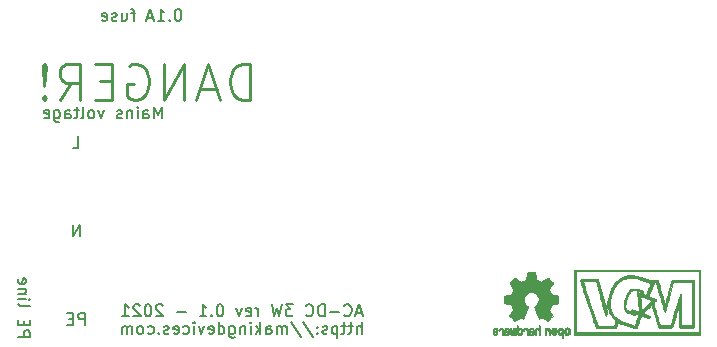
<source format=gbr>
%TF.GenerationSoftware,KiCad,Pcbnew,(5.1.12-1-g0a0a2da680)-1*%
%TF.CreationDate,2021-11-23T21:30:51+01:00*%
%TF.ProjectId,SMPS,534d5053-2e6b-4696-9361-645f70636258,rev?*%
%TF.SameCoordinates,Original*%
%TF.FileFunction,Legend,Bot*%
%TF.FilePolarity,Positive*%
%FSLAX46Y46*%
G04 Gerber Fmt 4.6, Leading zero omitted, Abs format (unit mm)*
G04 Created by KiCad (PCBNEW (5.1.12-1-g0a0a2da680)-1) date 2021-11-23 21:30:51*
%MOMM*%
%LPD*%
G01*
G04 APERTURE LIST*
%ADD10C,0.150000*%
%ADD11C,0.250000*%
%ADD12C,0.010000*%
G04 APERTURE END LIST*
D10*
X61226190Y-71452380D02*
X61226190Y-70452380D01*
X60892857Y-71166666D01*
X60559523Y-70452380D01*
X60559523Y-71452380D01*
X59654761Y-71452380D02*
X59654761Y-70928571D01*
X59702380Y-70833333D01*
X59797619Y-70785714D01*
X59988095Y-70785714D01*
X60083333Y-70833333D01*
X59654761Y-71404761D02*
X59750000Y-71452380D01*
X59988095Y-71452380D01*
X60083333Y-71404761D01*
X60130952Y-71309523D01*
X60130952Y-71214285D01*
X60083333Y-71119047D01*
X59988095Y-71071428D01*
X59750000Y-71071428D01*
X59654761Y-71023809D01*
X59178571Y-71452380D02*
X59178571Y-70785714D01*
X59178571Y-70452380D02*
X59226190Y-70500000D01*
X59178571Y-70547619D01*
X59130952Y-70500000D01*
X59178571Y-70452380D01*
X59178571Y-70547619D01*
X58702380Y-70785714D02*
X58702380Y-71452380D01*
X58702380Y-70880952D02*
X58654761Y-70833333D01*
X58559523Y-70785714D01*
X58416666Y-70785714D01*
X58321428Y-70833333D01*
X58273809Y-70928571D01*
X58273809Y-71452380D01*
X57845238Y-71404761D02*
X57750000Y-71452380D01*
X57559523Y-71452380D01*
X57464285Y-71404761D01*
X57416666Y-71309523D01*
X57416666Y-71261904D01*
X57464285Y-71166666D01*
X57559523Y-71119047D01*
X57702380Y-71119047D01*
X57797619Y-71071428D01*
X57845238Y-70976190D01*
X57845238Y-70928571D01*
X57797619Y-70833333D01*
X57702380Y-70785714D01*
X57559523Y-70785714D01*
X57464285Y-70833333D01*
X56321428Y-70785714D02*
X56083333Y-71452380D01*
X55845238Y-70785714D01*
X55321428Y-71452380D02*
X55416666Y-71404761D01*
X55464285Y-71357142D01*
X55511904Y-71261904D01*
X55511904Y-70976190D01*
X55464285Y-70880952D01*
X55416666Y-70833333D01*
X55321428Y-70785714D01*
X55178571Y-70785714D01*
X55083333Y-70833333D01*
X55035714Y-70880952D01*
X54988095Y-70976190D01*
X54988095Y-71261904D01*
X55035714Y-71357142D01*
X55083333Y-71404761D01*
X55178571Y-71452380D01*
X55321428Y-71452380D01*
X54416666Y-71452380D02*
X54511904Y-71404761D01*
X54559523Y-71309523D01*
X54559523Y-70452380D01*
X54178571Y-70785714D02*
X53797619Y-70785714D01*
X54035714Y-70452380D02*
X54035714Y-71309523D01*
X53988095Y-71404761D01*
X53892857Y-71452380D01*
X53797619Y-71452380D01*
X53035714Y-71452380D02*
X53035714Y-70928571D01*
X53083333Y-70833333D01*
X53178571Y-70785714D01*
X53369047Y-70785714D01*
X53464285Y-70833333D01*
X53035714Y-71404761D02*
X53130952Y-71452380D01*
X53369047Y-71452380D01*
X53464285Y-71404761D01*
X53511904Y-71309523D01*
X53511904Y-71214285D01*
X53464285Y-71119047D01*
X53369047Y-71071428D01*
X53130952Y-71071428D01*
X53035714Y-71023809D01*
X52130952Y-70785714D02*
X52130952Y-71595238D01*
X52178571Y-71690476D01*
X52226190Y-71738095D01*
X52321428Y-71785714D01*
X52464285Y-71785714D01*
X52559523Y-71738095D01*
X52130952Y-71404761D02*
X52226190Y-71452380D01*
X52416666Y-71452380D01*
X52511904Y-71404761D01*
X52559523Y-71357142D01*
X52607142Y-71261904D01*
X52607142Y-70976190D01*
X52559523Y-70880952D01*
X52511904Y-70833333D01*
X52416666Y-70785714D01*
X52226190Y-70785714D01*
X52130952Y-70833333D01*
X51273809Y-71404761D02*
X51369047Y-71452380D01*
X51559523Y-71452380D01*
X51654761Y-71404761D01*
X51702380Y-71309523D01*
X51702380Y-70928571D01*
X51654761Y-70833333D01*
X51559523Y-70785714D01*
X51369047Y-70785714D01*
X51273809Y-70833333D01*
X51226190Y-70928571D01*
X51226190Y-71023809D01*
X51702380Y-71119047D01*
D11*
X68714285Y-69857142D02*
X68714285Y-66857142D01*
X68000000Y-66857142D01*
X67571428Y-67000000D01*
X67285714Y-67285714D01*
X67142857Y-67571428D01*
X67000000Y-68142857D01*
X67000000Y-68571428D01*
X67142857Y-69142857D01*
X67285714Y-69428571D01*
X67571428Y-69714285D01*
X68000000Y-69857142D01*
X68714285Y-69857142D01*
X65857142Y-69000000D02*
X64428571Y-69000000D01*
X66142857Y-69857142D02*
X65142857Y-66857142D01*
X64142857Y-69857142D01*
X63142857Y-69857142D02*
X63142857Y-66857142D01*
X61428571Y-69857142D01*
X61428571Y-66857142D01*
X58428571Y-67000000D02*
X58714285Y-66857142D01*
X59142857Y-66857142D01*
X59571428Y-67000000D01*
X59857142Y-67285714D01*
X60000000Y-67571428D01*
X60142857Y-68142857D01*
X60142857Y-68571428D01*
X60000000Y-69142857D01*
X59857142Y-69428571D01*
X59571428Y-69714285D01*
X59142857Y-69857142D01*
X58857142Y-69857142D01*
X58428571Y-69714285D01*
X58285714Y-69571428D01*
X58285714Y-68571428D01*
X58857142Y-68571428D01*
X57000000Y-68285714D02*
X56000000Y-68285714D01*
X55571428Y-69857142D02*
X57000000Y-69857142D01*
X57000000Y-66857142D01*
X55571428Y-66857142D01*
X52571428Y-69857142D02*
X53571428Y-68428571D01*
X54285714Y-69857142D02*
X54285714Y-66857142D01*
X53142857Y-66857142D01*
X52857142Y-67000000D01*
X52714285Y-67142857D01*
X52571428Y-67428571D01*
X52571428Y-67857142D01*
X52714285Y-68142857D01*
X52857142Y-68285714D01*
X53142857Y-68428571D01*
X54285714Y-68428571D01*
X51285714Y-69571428D02*
X51142857Y-69714285D01*
X51285714Y-69857142D01*
X51428571Y-69714285D01*
X51285714Y-69571428D01*
X51285714Y-69857142D01*
X51285714Y-68714285D02*
X51428571Y-67000000D01*
X51285714Y-66857142D01*
X51142857Y-67000000D01*
X51285714Y-68714285D01*
X51285714Y-66857142D01*
D10*
X53690476Y-73952380D02*
X54166666Y-73952380D01*
X54166666Y-72952380D01*
X54285714Y-81452380D02*
X54285714Y-80452380D01*
X53714285Y-81452380D01*
X53714285Y-80452380D01*
X54714285Y-88952380D02*
X54714285Y-87952380D01*
X54333333Y-87952380D01*
X54238095Y-88000000D01*
X54190476Y-88047619D01*
X54142857Y-88142857D01*
X54142857Y-88285714D01*
X54190476Y-88380952D01*
X54238095Y-88428571D01*
X54333333Y-88476190D01*
X54714285Y-88476190D01*
X53714285Y-88428571D02*
X53380952Y-88428571D01*
X53238095Y-88952380D02*
X53714285Y-88952380D01*
X53714285Y-87952380D01*
X53238095Y-87952380D01*
X49047619Y-89976190D02*
X50047619Y-89976190D01*
X50047619Y-89595238D01*
X50000000Y-89500000D01*
X49952380Y-89452380D01*
X49857142Y-89404761D01*
X49714285Y-89404761D01*
X49619047Y-89452380D01*
X49571428Y-89500000D01*
X49523809Y-89595238D01*
X49523809Y-89976190D01*
X49571428Y-88976190D02*
X49571428Y-88642857D01*
X49047619Y-88500000D02*
X49047619Y-88976190D01*
X50047619Y-88976190D01*
X50047619Y-88500000D01*
X49047619Y-87166666D02*
X49095238Y-87261904D01*
X49190476Y-87309523D01*
X50047619Y-87309523D01*
X49047619Y-86785714D02*
X49714285Y-86785714D01*
X50047619Y-86785714D02*
X50000000Y-86833333D01*
X49952380Y-86785714D01*
X50000000Y-86738095D01*
X50047619Y-86785714D01*
X49952380Y-86785714D01*
X49714285Y-86309523D02*
X49047619Y-86309523D01*
X49619047Y-86309523D02*
X49666666Y-86261904D01*
X49714285Y-86166666D01*
X49714285Y-86023809D01*
X49666666Y-85928571D01*
X49571428Y-85880952D01*
X49047619Y-85880952D01*
X49095238Y-85023809D02*
X49047619Y-85119047D01*
X49047619Y-85309523D01*
X49095238Y-85404761D01*
X49190476Y-85452380D01*
X49571428Y-85452380D01*
X49666666Y-85404761D01*
X49714285Y-85309523D01*
X49714285Y-85119047D01*
X49666666Y-85023809D01*
X49571428Y-84976190D01*
X49476190Y-84976190D01*
X49380952Y-85452380D01*
X78142857Y-89702380D02*
X78142857Y-88702380D01*
X77714285Y-89702380D02*
X77714285Y-89178571D01*
X77761904Y-89083333D01*
X77857142Y-89035714D01*
X78000000Y-89035714D01*
X78095238Y-89083333D01*
X78142857Y-89130952D01*
X77380952Y-89035714D02*
X77000000Y-89035714D01*
X77238095Y-88702380D02*
X77238095Y-89559523D01*
X77190476Y-89654761D01*
X77095238Y-89702380D01*
X77000000Y-89702380D01*
X76809523Y-89035714D02*
X76428571Y-89035714D01*
X76666666Y-88702380D02*
X76666666Y-89559523D01*
X76619047Y-89654761D01*
X76523809Y-89702380D01*
X76428571Y-89702380D01*
X76095238Y-89035714D02*
X76095238Y-90035714D01*
X76095238Y-89083333D02*
X76000000Y-89035714D01*
X75809523Y-89035714D01*
X75714285Y-89083333D01*
X75666666Y-89130952D01*
X75619047Y-89226190D01*
X75619047Y-89511904D01*
X75666666Y-89607142D01*
X75714285Y-89654761D01*
X75809523Y-89702380D01*
X76000000Y-89702380D01*
X76095238Y-89654761D01*
X75238095Y-89654761D02*
X75142857Y-89702380D01*
X74952380Y-89702380D01*
X74857142Y-89654761D01*
X74809523Y-89559523D01*
X74809523Y-89511904D01*
X74857142Y-89416666D01*
X74952380Y-89369047D01*
X75095238Y-89369047D01*
X75190476Y-89321428D01*
X75238095Y-89226190D01*
X75238095Y-89178571D01*
X75190476Y-89083333D01*
X75095238Y-89035714D01*
X74952380Y-89035714D01*
X74857142Y-89083333D01*
X74380952Y-89607142D02*
X74333333Y-89654761D01*
X74380952Y-89702380D01*
X74428571Y-89654761D01*
X74380952Y-89607142D01*
X74380952Y-89702380D01*
X74380952Y-89083333D02*
X74333333Y-89130952D01*
X74380952Y-89178571D01*
X74428571Y-89130952D01*
X74380952Y-89083333D01*
X74380952Y-89178571D01*
X73190476Y-88654761D02*
X74047619Y-89940476D01*
X72142857Y-88654761D02*
X73000000Y-89940476D01*
X71809523Y-89702380D02*
X71809523Y-89035714D01*
X71809523Y-89130952D02*
X71761904Y-89083333D01*
X71666666Y-89035714D01*
X71523809Y-89035714D01*
X71428571Y-89083333D01*
X71380952Y-89178571D01*
X71380952Y-89702380D01*
X71380952Y-89178571D02*
X71333333Y-89083333D01*
X71238095Y-89035714D01*
X71095238Y-89035714D01*
X71000000Y-89083333D01*
X70952380Y-89178571D01*
X70952380Y-89702380D01*
X70047619Y-89702380D02*
X70047619Y-89178571D01*
X70095238Y-89083333D01*
X70190476Y-89035714D01*
X70380952Y-89035714D01*
X70476190Y-89083333D01*
X70047619Y-89654761D02*
X70142857Y-89702380D01*
X70380952Y-89702380D01*
X70476190Y-89654761D01*
X70523809Y-89559523D01*
X70523809Y-89464285D01*
X70476190Y-89369047D01*
X70380952Y-89321428D01*
X70142857Y-89321428D01*
X70047619Y-89273809D01*
X69571428Y-89702380D02*
X69571428Y-88702380D01*
X69476190Y-89321428D02*
X69190476Y-89702380D01*
X69190476Y-89035714D02*
X69571428Y-89416666D01*
X68761904Y-89702380D02*
X68761904Y-89035714D01*
X68761904Y-88702380D02*
X68809523Y-88750000D01*
X68761904Y-88797619D01*
X68714285Y-88750000D01*
X68761904Y-88702380D01*
X68761904Y-88797619D01*
X68285714Y-89035714D02*
X68285714Y-89702380D01*
X68285714Y-89130952D02*
X68238095Y-89083333D01*
X68142857Y-89035714D01*
X68000000Y-89035714D01*
X67904761Y-89083333D01*
X67857142Y-89178571D01*
X67857142Y-89702380D01*
X66952380Y-89035714D02*
X66952380Y-89845238D01*
X67000000Y-89940476D01*
X67047619Y-89988095D01*
X67142857Y-90035714D01*
X67285714Y-90035714D01*
X67380952Y-89988095D01*
X66952380Y-89654761D02*
X67047619Y-89702380D01*
X67238095Y-89702380D01*
X67333333Y-89654761D01*
X67380952Y-89607142D01*
X67428571Y-89511904D01*
X67428571Y-89226190D01*
X67380952Y-89130952D01*
X67333333Y-89083333D01*
X67238095Y-89035714D01*
X67047619Y-89035714D01*
X66952380Y-89083333D01*
X66047619Y-89702380D02*
X66047619Y-88702380D01*
X66047619Y-89654761D02*
X66142857Y-89702380D01*
X66333333Y-89702380D01*
X66428571Y-89654761D01*
X66476190Y-89607142D01*
X66523809Y-89511904D01*
X66523809Y-89226190D01*
X66476190Y-89130952D01*
X66428571Y-89083333D01*
X66333333Y-89035714D01*
X66142857Y-89035714D01*
X66047619Y-89083333D01*
X65190476Y-89654761D02*
X65285714Y-89702380D01*
X65476190Y-89702380D01*
X65571428Y-89654761D01*
X65619047Y-89559523D01*
X65619047Y-89178571D01*
X65571428Y-89083333D01*
X65476190Y-89035714D01*
X65285714Y-89035714D01*
X65190476Y-89083333D01*
X65142857Y-89178571D01*
X65142857Y-89273809D01*
X65619047Y-89369047D01*
X64809523Y-89035714D02*
X64571428Y-89702380D01*
X64333333Y-89035714D01*
X63952380Y-89702380D02*
X63952380Y-89035714D01*
X63952380Y-88702380D02*
X64000000Y-88750000D01*
X63952380Y-88797619D01*
X63904761Y-88750000D01*
X63952380Y-88702380D01*
X63952380Y-88797619D01*
X63047619Y-89654761D02*
X63142857Y-89702380D01*
X63333333Y-89702380D01*
X63428571Y-89654761D01*
X63476190Y-89607142D01*
X63523809Y-89511904D01*
X63523809Y-89226190D01*
X63476190Y-89130952D01*
X63428571Y-89083333D01*
X63333333Y-89035714D01*
X63142857Y-89035714D01*
X63047619Y-89083333D01*
X62238095Y-89654761D02*
X62333333Y-89702380D01*
X62523809Y-89702380D01*
X62619047Y-89654761D01*
X62666666Y-89559523D01*
X62666666Y-89178571D01*
X62619047Y-89083333D01*
X62523809Y-89035714D01*
X62333333Y-89035714D01*
X62238095Y-89083333D01*
X62190476Y-89178571D01*
X62190476Y-89273809D01*
X62666666Y-89369047D01*
X61809523Y-89654761D02*
X61714285Y-89702380D01*
X61523809Y-89702380D01*
X61428571Y-89654761D01*
X61380952Y-89559523D01*
X61380952Y-89511904D01*
X61428571Y-89416666D01*
X61523809Y-89369047D01*
X61666666Y-89369047D01*
X61761904Y-89321428D01*
X61809523Y-89226190D01*
X61809523Y-89178571D01*
X61761904Y-89083333D01*
X61666666Y-89035714D01*
X61523809Y-89035714D01*
X61428571Y-89083333D01*
X60952380Y-89607142D02*
X60904761Y-89654761D01*
X60952380Y-89702380D01*
X61000000Y-89654761D01*
X60952380Y-89607142D01*
X60952380Y-89702380D01*
X60047619Y-89654761D02*
X60142857Y-89702380D01*
X60333333Y-89702380D01*
X60428571Y-89654761D01*
X60476190Y-89607142D01*
X60523809Y-89511904D01*
X60523809Y-89226190D01*
X60476190Y-89130952D01*
X60428571Y-89083333D01*
X60333333Y-89035714D01*
X60142857Y-89035714D01*
X60047619Y-89083333D01*
X59476190Y-89702380D02*
X59571428Y-89654761D01*
X59619047Y-89607142D01*
X59666666Y-89511904D01*
X59666666Y-89226190D01*
X59619047Y-89130952D01*
X59571428Y-89083333D01*
X59476190Y-89035714D01*
X59333333Y-89035714D01*
X59238095Y-89083333D01*
X59190476Y-89130952D01*
X59142857Y-89226190D01*
X59142857Y-89511904D01*
X59190476Y-89607142D01*
X59238095Y-89654761D01*
X59333333Y-89702380D01*
X59476190Y-89702380D01*
X58714285Y-89702380D02*
X58714285Y-89035714D01*
X58714285Y-89130952D02*
X58666666Y-89083333D01*
X58571428Y-89035714D01*
X58428571Y-89035714D01*
X58333333Y-89083333D01*
X58285714Y-89178571D01*
X58285714Y-89702380D01*
X58285714Y-89178571D02*
X58238095Y-89083333D01*
X58142857Y-89035714D01*
X58000000Y-89035714D01*
X57904761Y-89083333D01*
X57857142Y-89178571D01*
X57857142Y-89702380D01*
X78142857Y-87916666D02*
X77666666Y-87916666D01*
X78238095Y-88202380D02*
X77904761Y-87202380D01*
X77571428Y-88202380D01*
X76666666Y-88107142D02*
X76714285Y-88154761D01*
X76857142Y-88202380D01*
X76952380Y-88202380D01*
X77095238Y-88154761D01*
X77190476Y-88059523D01*
X77238095Y-87964285D01*
X77285714Y-87773809D01*
X77285714Y-87630952D01*
X77238095Y-87440476D01*
X77190476Y-87345238D01*
X77095238Y-87250000D01*
X76952380Y-87202380D01*
X76857142Y-87202380D01*
X76714285Y-87250000D01*
X76666666Y-87297619D01*
X76238095Y-87821428D02*
X75476190Y-87821428D01*
X75000000Y-88202380D02*
X75000000Y-87202380D01*
X74761904Y-87202380D01*
X74619047Y-87250000D01*
X74523809Y-87345238D01*
X74476190Y-87440476D01*
X74428571Y-87630952D01*
X74428571Y-87773809D01*
X74476190Y-87964285D01*
X74523809Y-88059523D01*
X74619047Y-88154761D01*
X74761904Y-88202380D01*
X75000000Y-88202380D01*
X73428571Y-88107142D02*
X73476190Y-88154761D01*
X73619047Y-88202380D01*
X73714285Y-88202380D01*
X73857142Y-88154761D01*
X73952380Y-88059523D01*
X74000000Y-87964285D01*
X74047619Y-87773809D01*
X74047619Y-87630952D01*
X74000000Y-87440476D01*
X73952380Y-87345238D01*
X73857142Y-87250000D01*
X73714285Y-87202380D01*
X73619047Y-87202380D01*
X73476190Y-87250000D01*
X73428571Y-87297619D01*
X72333333Y-87202380D02*
X71714285Y-87202380D01*
X72047619Y-87583333D01*
X71904761Y-87583333D01*
X71809523Y-87630952D01*
X71761904Y-87678571D01*
X71714285Y-87773809D01*
X71714285Y-88011904D01*
X71761904Y-88107142D01*
X71809523Y-88154761D01*
X71904761Y-88202380D01*
X72190476Y-88202380D01*
X72285714Y-88154761D01*
X72333333Y-88107142D01*
X71380952Y-87202380D02*
X71142857Y-88202380D01*
X70952380Y-87488095D01*
X70761904Y-88202380D01*
X70523809Y-87202380D01*
X69380952Y-88202380D02*
X69380952Y-87535714D01*
X69380952Y-87726190D02*
X69333333Y-87630952D01*
X69285714Y-87583333D01*
X69190476Y-87535714D01*
X69095238Y-87535714D01*
X68380952Y-88154761D02*
X68476190Y-88202380D01*
X68666666Y-88202380D01*
X68761904Y-88154761D01*
X68809523Y-88059523D01*
X68809523Y-87678571D01*
X68761904Y-87583333D01*
X68666666Y-87535714D01*
X68476190Y-87535714D01*
X68380952Y-87583333D01*
X68333333Y-87678571D01*
X68333333Y-87773809D01*
X68809523Y-87869047D01*
X68000000Y-87535714D02*
X67761904Y-88202380D01*
X67523809Y-87535714D01*
X66190476Y-87202380D02*
X66095238Y-87202380D01*
X66000000Y-87250000D01*
X65952380Y-87297619D01*
X65904761Y-87392857D01*
X65857142Y-87583333D01*
X65857142Y-87821428D01*
X65904761Y-88011904D01*
X65952380Y-88107142D01*
X66000000Y-88154761D01*
X66095238Y-88202380D01*
X66190476Y-88202380D01*
X66285714Y-88154761D01*
X66333333Y-88107142D01*
X66380952Y-88011904D01*
X66428571Y-87821428D01*
X66428571Y-87583333D01*
X66380952Y-87392857D01*
X66333333Y-87297619D01*
X66285714Y-87250000D01*
X66190476Y-87202380D01*
X65428571Y-88107142D02*
X65380952Y-88154761D01*
X65428571Y-88202380D01*
X65476190Y-88154761D01*
X65428571Y-88107142D01*
X65428571Y-88202380D01*
X64428571Y-88202380D02*
X65000000Y-88202380D01*
X64714285Y-88202380D02*
X64714285Y-87202380D01*
X64809523Y-87345238D01*
X64904761Y-87440476D01*
X65000000Y-87488095D01*
X63238095Y-87821428D02*
X62476190Y-87821428D01*
X61285714Y-87297619D02*
X61238095Y-87250000D01*
X61142857Y-87202380D01*
X60904761Y-87202380D01*
X60809523Y-87250000D01*
X60761904Y-87297619D01*
X60714285Y-87392857D01*
X60714285Y-87488095D01*
X60761904Y-87630952D01*
X61333333Y-88202380D01*
X60714285Y-88202380D01*
X60095238Y-87202380D02*
X60000000Y-87202380D01*
X59904761Y-87250000D01*
X59857142Y-87297619D01*
X59809523Y-87392857D01*
X59761904Y-87583333D01*
X59761904Y-87821428D01*
X59809523Y-88011904D01*
X59857142Y-88107142D01*
X59904761Y-88154761D01*
X60000000Y-88202380D01*
X60095238Y-88202380D01*
X60190476Y-88154761D01*
X60238095Y-88107142D01*
X60285714Y-88011904D01*
X60333333Y-87821428D01*
X60333333Y-87583333D01*
X60285714Y-87392857D01*
X60238095Y-87297619D01*
X60190476Y-87250000D01*
X60095238Y-87202380D01*
X59380952Y-87297619D02*
X59333333Y-87250000D01*
X59238095Y-87202380D01*
X59000000Y-87202380D01*
X58904761Y-87250000D01*
X58857142Y-87297619D01*
X58809523Y-87392857D01*
X58809523Y-87488095D01*
X58857142Y-87630952D01*
X59428571Y-88202380D01*
X58809523Y-88202380D01*
X57857142Y-88202380D02*
X58428571Y-88202380D01*
X58142857Y-88202380D02*
X58142857Y-87202380D01*
X58238095Y-87345238D01*
X58333333Y-87440476D01*
X58428571Y-87488095D01*
X62642857Y-62202380D02*
X62547619Y-62202380D01*
X62452380Y-62250000D01*
X62404761Y-62297619D01*
X62357142Y-62392857D01*
X62309523Y-62583333D01*
X62309523Y-62821428D01*
X62357142Y-63011904D01*
X62404761Y-63107142D01*
X62452380Y-63154761D01*
X62547619Y-63202380D01*
X62642857Y-63202380D01*
X62738095Y-63154761D01*
X62785714Y-63107142D01*
X62833333Y-63011904D01*
X62880952Y-62821428D01*
X62880952Y-62583333D01*
X62833333Y-62392857D01*
X62785714Y-62297619D01*
X62738095Y-62250000D01*
X62642857Y-62202380D01*
X61880952Y-63107142D02*
X61833333Y-63154761D01*
X61880952Y-63202380D01*
X61928571Y-63154761D01*
X61880952Y-63107142D01*
X61880952Y-63202380D01*
X60880952Y-63202380D02*
X61452380Y-63202380D01*
X61166666Y-63202380D02*
X61166666Y-62202380D01*
X61261904Y-62345238D01*
X61357142Y-62440476D01*
X61452380Y-62488095D01*
X60500000Y-62916666D02*
X60023809Y-62916666D01*
X60595238Y-63202380D02*
X60261904Y-62202380D01*
X59928571Y-63202380D01*
X58976190Y-62535714D02*
X58595238Y-62535714D01*
X58833333Y-63202380D02*
X58833333Y-62345238D01*
X58785714Y-62250000D01*
X58690476Y-62202380D01*
X58595238Y-62202380D01*
X57833333Y-62535714D02*
X57833333Y-63202380D01*
X58261904Y-62535714D02*
X58261904Y-63059523D01*
X58214285Y-63154761D01*
X58119047Y-63202380D01*
X57976190Y-63202380D01*
X57880952Y-63154761D01*
X57833333Y-63107142D01*
X57404761Y-63154761D02*
X57309523Y-63202380D01*
X57119047Y-63202380D01*
X57023809Y-63154761D01*
X56976190Y-63059523D01*
X56976190Y-63011904D01*
X57023809Y-62916666D01*
X57119047Y-62869047D01*
X57261904Y-62869047D01*
X57357142Y-62821428D01*
X57404761Y-62726190D01*
X57404761Y-62678571D01*
X57357142Y-62583333D01*
X57261904Y-62535714D01*
X57119047Y-62535714D01*
X57023809Y-62583333D01*
X56166666Y-63154761D02*
X56261904Y-63202380D01*
X56452380Y-63202380D01*
X56547619Y-63154761D01*
X56595238Y-63059523D01*
X56595238Y-62678571D01*
X56547619Y-62583333D01*
X56452380Y-62535714D01*
X56261904Y-62535714D01*
X56166666Y-62583333D01*
X56119047Y-62678571D01*
X56119047Y-62773809D01*
X56595238Y-62869047D01*
D12*
%TO.C,REF\u002A\u002A*%
G36*
X92396090Y-84492348D02*
G01*
X92317546Y-84492778D01*
X92260702Y-84493942D01*
X92221895Y-84496207D01*
X92197462Y-84499940D01*
X92183738Y-84505506D01*
X92177060Y-84513273D01*
X92173764Y-84523605D01*
X92173444Y-84524943D01*
X92168438Y-84549079D01*
X92159171Y-84596701D01*
X92146608Y-84662741D01*
X92131713Y-84742128D01*
X92115449Y-84829796D01*
X92114881Y-84832875D01*
X92098590Y-84918789D01*
X92083348Y-84994696D01*
X92070139Y-85056045D01*
X92059946Y-85098282D01*
X92053752Y-85116855D01*
X92053457Y-85117184D01*
X92035212Y-85126253D01*
X91997595Y-85141367D01*
X91948729Y-85159262D01*
X91948457Y-85159358D01*
X91886907Y-85182493D01*
X91814343Y-85211965D01*
X91745943Y-85241597D01*
X91742706Y-85243062D01*
X91631298Y-85293626D01*
X91384601Y-85125160D01*
X91308923Y-85073803D01*
X91240369Y-85027889D01*
X91182912Y-84990030D01*
X91140524Y-84962837D01*
X91117175Y-84948921D01*
X91114958Y-84947889D01*
X91097990Y-84952484D01*
X91066299Y-84974655D01*
X91018648Y-85015447D01*
X90953802Y-85075905D01*
X90887603Y-85140227D01*
X90823786Y-85203612D01*
X90766671Y-85261451D01*
X90719695Y-85310175D01*
X90686297Y-85346210D01*
X90669915Y-85365984D01*
X90669306Y-85367002D01*
X90667495Y-85380572D01*
X90674317Y-85402733D01*
X90691460Y-85436478D01*
X90720607Y-85484800D01*
X90763445Y-85550692D01*
X90820552Y-85635517D01*
X90871234Y-85710177D01*
X90916539Y-85777140D01*
X90953850Y-85832516D01*
X90980548Y-85872420D01*
X90994015Y-85892962D01*
X90994863Y-85894356D01*
X90993219Y-85914038D01*
X90980755Y-85952293D01*
X90959952Y-86001889D01*
X90952538Y-86017728D01*
X90920186Y-86088290D01*
X90885672Y-86168353D01*
X90857635Y-86237629D01*
X90837432Y-86289045D01*
X90821385Y-86328119D01*
X90812112Y-86348541D01*
X90810959Y-86350114D01*
X90793904Y-86352721D01*
X90753702Y-86359863D01*
X90695698Y-86370523D01*
X90625237Y-86383685D01*
X90547665Y-86398333D01*
X90468328Y-86413449D01*
X90392569Y-86428018D01*
X90325736Y-86441022D01*
X90273172Y-86451445D01*
X90240224Y-86458270D01*
X90232143Y-86460199D01*
X90223795Y-86464962D01*
X90217494Y-86475718D01*
X90212955Y-86496098D01*
X90209896Y-86529734D01*
X90208033Y-86580255D01*
X90207082Y-86651292D01*
X90206760Y-86746476D01*
X90206743Y-86785492D01*
X90206743Y-87102799D01*
X90282943Y-87117839D01*
X90325337Y-87125995D01*
X90388600Y-87137899D01*
X90465038Y-87152116D01*
X90546957Y-87167210D01*
X90569600Y-87171355D01*
X90645194Y-87186053D01*
X90711047Y-87200505D01*
X90761634Y-87213375D01*
X90791426Y-87223322D01*
X90796388Y-87226287D01*
X90808574Y-87247283D01*
X90826047Y-87287967D01*
X90845423Y-87340322D01*
X90849266Y-87351600D01*
X90874661Y-87421523D01*
X90906183Y-87500418D01*
X90937031Y-87571266D01*
X90937183Y-87571595D01*
X90988553Y-87682733D01*
X90819601Y-87931253D01*
X90650648Y-88179772D01*
X90867571Y-88397058D01*
X90933181Y-88461726D01*
X90993021Y-88518733D01*
X91043733Y-88565033D01*
X91081954Y-88597584D01*
X91104325Y-88613343D01*
X91107534Y-88614343D01*
X91126374Y-88606469D01*
X91164820Y-88584578D01*
X91218670Y-88551267D01*
X91283724Y-88509131D01*
X91354060Y-88461943D01*
X91425445Y-88413810D01*
X91489092Y-88371928D01*
X91540959Y-88338871D01*
X91577005Y-88317218D01*
X91593133Y-88309543D01*
X91612811Y-88316037D01*
X91650125Y-88333150D01*
X91697379Y-88357326D01*
X91702388Y-88360013D01*
X91766023Y-88391927D01*
X91809659Y-88407579D01*
X91836798Y-88407745D01*
X91850943Y-88393204D01*
X91851025Y-88393000D01*
X91858095Y-88375779D01*
X91874958Y-88334899D01*
X91900305Y-88273525D01*
X91932829Y-88194819D01*
X91971222Y-88101947D01*
X92014178Y-87998072D01*
X92055778Y-87897502D01*
X92101496Y-87786516D01*
X92143474Y-87683703D01*
X92180452Y-87592215D01*
X92211173Y-87515201D01*
X92234378Y-87455815D01*
X92248810Y-87417209D01*
X92253257Y-87402800D01*
X92242104Y-87386272D01*
X92212931Y-87359930D01*
X92174029Y-87330887D01*
X92063243Y-87239039D01*
X91976649Y-87133759D01*
X91915284Y-87017266D01*
X91880185Y-86891776D01*
X91872392Y-86759507D01*
X91878057Y-86698457D01*
X91908922Y-86571795D01*
X91962080Y-86459941D01*
X92034233Y-86364001D01*
X92122083Y-86285076D01*
X92222335Y-86224270D01*
X92331690Y-86182687D01*
X92446853Y-86161428D01*
X92564525Y-86161599D01*
X92681410Y-86184301D01*
X92794211Y-86230638D01*
X92899631Y-86301713D01*
X92943632Y-86341911D01*
X93028021Y-86445129D01*
X93086778Y-86557925D01*
X93120296Y-86677010D01*
X93128965Y-86799095D01*
X93113177Y-86920893D01*
X93073322Y-87039116D01*
X93009793Y-87150475D01*
X92922979Y-87251684D01*
X92825971Y-87330887D01*
X92785563Y-87361162D01*
X92757018Y-87387219D01*
X92746743Y-87402825D01*
X92752123Y-87419843D01*
X92767425Y-87460500D01*
X92791388Y-87521642D01*
X92822756Y-87600119D01*
X92860268Y-87692780D01*
X92902667Y-87796472D01*
X92944337Y-87897526D01*
X92990310Y-88008607D01*
X93032893Y-88111541D01*
X93070779Y-88203165D01*
X93102660Y-88280316D01*
X93127229Y-88339831D01*
X93143180Y-88378544D01*
X93149090Y-88393000D01*
X93163052Y-88407685D01*
X93190060Y-88407642D01*
X93233587Y-88392099D01*
X93297110Y-88360284D01*
X93297612Y-88360013D01*
X93345440Y-88335323D01*
X93384103Y-88317338D01*
X93405905Y-88309614D01*
X93406867Y-88309543D01*
X93423279Y-88317378D01*
X93459513Y-88339165D01*
X93511526Y-88372328D01*
X93575275Y-88414291D01*
X93645940Y-88461943D01*
X93717884Y-88510191D01*
X93782726Y-88552151D01*
X93836265Y-88585227D01*
X93874303Y-88606821D01*
X93892467Y-88614343D01*
X93909192Y-88604457D01*
X93942820Y-88576826D01*
X93989990Y-88534495D01*
X94047342Y-88480505D01*
X94111516Y-88417899D01*
X94132503Y-88396983D01*
X94349501Y-88179623D01*
X94184332Y-87937220D01*
X94134136Y-87862781D01*
X94090081Y-87795972D01*
X94054638Y-87740665D01*
X94030281Y-87700729D01*
X94019478Y-87680036D01*
X94019162Y-87678563D01*
X94024857Y-87659058D01*
X94040174Y-87619822D01*
X94062463Y-87567430D01*
X94078107Y-87532355D01*
X94107359Y-87465201D01*
X94134906Y-87397358D01*
X94156263Y-87340034D01*
X94162065Y-87322572D01*
X94178548Y-87275938D01*
X94194660Y-87239905D01*
X94203510Y-87226287D01*
X94223040Y-87217952D01*
X94265666Y-87206137D01*
X94325855Y-87192181D01*
X94398078Y-87177422D01*
X94430400Y-87171355D01*
X94512478Y-87156273D01*
X94591205Y-87141669D01*
X94658891Y-87128980D01*
X94707840Y-87119642D01*
X94717057Y-87117839D01*
X94793257Y-87102799D01*
X94793257Y-86785492D01*
X94793086Y-86681154D01*
X94792384Y-86602213D01*
X94790866Y-86545038D01*
X94788251Y-86505999D01*
X94784254Y-86481465D01*
X94778591Y-86467805D01*
X94770980Y-86461389D01*
X94767857Y-86460199D01*
X94749022Y-86455980D01*
X94707412Y-86447562D01*
X94648370Y-86435961D01*
X94577243Y-86422195D01*
X94499375Y-86407280D01*
X94420113Y-86392232D01*
X94344802Y-86378069D01*
X94278787Y-86365806D01*
X94227413Y-86356461D01*
X94196025Y-86351050D01*
X94189041Y-86350114D01*
X94182715Y-86337596D01*
X94168710Y-86304246D01*
X94149645Y-86256377D01*
X94142366Y-86237629D01*
X94113004Y-86165195D01*
X94078429Y-86085170D01*
X94047463Y-86017728D01*
X94024677Y-85966159D01*
X94009518Y-85923785D01*
X94004458Y-85897834D01*
X94005264Y-85894356D01*
X94015959Y-85877936D01*
X94040380Y-85841417D01*
X94075905Y-85788687D01*
X94119913Y-85723635D01*
X94169783Y-85650151D01*
X94179644Y-85635645D01*
X94237508Y-85549704D01*
X94280044Y-85484261D01*
X94308946Y-85436304D01*
X94325910Y-85402820D01*
X94332633Y-85380795D01*
X94330810Y-85367217D01*
X94330764Y-85367131D01*
X94316414Y-85349297D01*
X94284677Y-85314817D01*
X94238990Y-85267268D01*
X94182796Y-85210222D01*
X94119532Y-85147255D01*
X94112398Y-85140227D01*
X94032670Y-85063020D01*
X93971143Y-85006330D01*
X93926579Y-84969110D01*
X93897743Y-84950315D01*
X93885042Y-84947889D01*
X93866506Y-84958471D01*
X93828039Y-84982916D01*
X93773614Y-85018612D01*
X93707202Y-85062947D01*
X93632775Y-85113311D01*
X93615399Y-85125160D01*
X93368703Y-85293626D01*
X93257294Y-85243062D01*
X93189543Y-85213595D01*
X93116817Y-85183959D01*
X93054297Y-85160330D01*
X93051543Y-85159358D01*
X93002640Y-85141457D01*
X92964943Y-85126320D01*
X92946575Y-85117210D01*
X92946544Y-85117184D01*
X92940715Y-85100717D01*
X92930808Y-85060219D01*
X92917805Y-85000242D01*
X92902691Y-84925340D01*
X92886448Y-84840064D01*
X92885119Y-84832875D01*
X92868825Y-84745014D01*
X92853867Y-84665260D01*
X92841209Y-84598681D01*
X92831814Y-84550347D01*
X92826646Y-84525325D01*
X92826556Y-84524943D01*
X92823411Y-84514299D01*
X92817296Y-84506262D01*
X92804547Y-84500467D01*
X92781500Y-84496547D01*
X92744491Y-84494135D01*
X92689856Y-84492865D01*
X92613933Y-84492371D01*
X92513056Y-84492286D01*
X92500000Y-84492286D01*
X92396090Y-84492348D01*
G37*
X92396090Y-84492348D02*
X92317546Y-84492778D01*
X92260702Y-84493942D01*
X92221895Y-84496207D01*
X92197462Y-84499940D01*
X92183738Y-84505506D01*
X92177060Y-84513273D01*
X92173764Y-84523605D01*
X92173444Y-84524943D01*
X92168438Y-84549079D01*
X92159171Y-84596701D01*
X92146608Y-84662741D01*
X92131713Y-84742128D01*
X92115449Y-84829796D01*
X92114881Y-84832875D01*
X92098590Y-84918789D01*
X92083348Y-84994696D01*
X92070139Y-85056045D01*
X92059946Y-85098282D01*
X92053752Y-85116855D01*
X92053457Y-85117184D01*
X92035212Y-85126253D01*
X91997595Y-85141367D01*
X91948729Y-85159262D01*
X91948457Y-85159358D01*
X91886907Y-85182493D01*
X91814343Y-85211965D01*
X91745943Y-85241597D01*
X91742706Y-85243062D01*
X91631298Y-85293626D01*
X91384601Y-85125160D01*
X91308923Y-85073803D01*
X91240369Y-85027889D01*
X91182912Y-84990030D01*
X91140524Y-84962837D01*
X91117175Y-84948921D01*
X91114958Y-84947889D01*
X91097990Y-84952484D01*
X91066299Y-84974655D01*
X91018648Y-85015447D01*
X90953802Y-85075905D01*
X90887603Y-85140227D01*
X90823786Y-85203612D01*
X90766671Y-85261451D01*
X90719695Y-85310175D01*
X90686297Y-85346210D01*
X90669915Y-85365984D01*
X90669306Y-85367002D01*
X90667495Y-85380572D01*
X90674317Y-85402733D01*
X90691460Y-85436478D01*
X90720607Y-85484800D01*
X90763445Y-85550692D01*
X90820552Y-85635517D01*
X90871234Y-85710177D01*
X90916539Y-85777140D01*
X90953850Y-85832516D01*
X90980548Y-85872420D01*
X90994015Y-85892962D01*
X90994863Y-85894356D01*
X90993219Y-85914038D01*
X90980755Y-85952293D01*
X90959952Y-86001889D01*
X90952538Y-86017728D01*
X90920186Y-86088290D01*
X90885672Y-86168353D01*
X90857635Y-86237629D01*
X90837432Y-86289045D01*
X90821385Y-86328119D01*
X90812112Y-86348541D01*
X90810959Y-86350114D01*
X90793904Y-86352721D01*
X90753702Y-86359863D01*
X90695698Y-86370523D01*
X90625237Y-86383685D01*
X90547665Y-86398333D01*
X90468328Y-86413449D01*
X90392569Y-86428018D01*
X90325736Y-86441022D01*
X90273172Y-86451445D01*
X90240224Y-86458270D01*
X90232143Y-86460199D01*
X90223795Y-86464962D01*
X90217494Y-86475718D01*
X90212955Y-86496098D01*
X90209896Y-86529734D01*
X90208033Y-86580255D01*
X90207082Y-86651292D01*
X90206760Y-86746476D01*
X90206743Y-86785492D01*
X90206743Y-87102799D01*
X90282943Y-87117839D01*
X90325337Y-87125995D01*
X90388600Y-87137899D01*
X90465038Y-87152116D01*
X90546957Y-87167210D01*
X90569600Y-87171355D01*
X90645194Y-87186053D01*
X90711047Y-87200505D01*
X90761634Y-87213375D01*
X90791426Y-87223322D01*
X90796388Y-87226287D01*
X90808574Y-87247283D01*
X90826047Y-87287967D01*
X90845423Y-87340322D01*
X90849266Y-87351600D01*
X90874661Y-87421523D01*
X90906183Y-87500418D01*
X90937031Y-87571266D01*
X90937183Y-87571595D01*
X90988553Y-87682733D01*
X90819601Y-87931253D01*
X90650648Y-88179772D01*
X90867571Y-88397058D01*
X90933181Y-88461726D01*
X90993021Y-88518733D01*
X91043733Y-88565033D01*
X91081954Y-88597584D01*
X91104325Y-88613343D01*
X91107534Y-88614343D01*
X91126374Y-88606469D01*
X91164820Y-88584578D01*
X91218670Y-88551267D01*
X91283724Y-88509131D01*
X91354060Y-88461943D01*
X91425445Y-88413810D01*
X91489092Y-88371928D01*
X91540959Y-88338871D01*
X91577005Y-88317218D01*
X91593133Y-88309543D01*
X91612811Y-88316037D01*
X91650125Y-88333150D01*
X91697379Y-88357326D01*
X91702388Y-88360013D01*
X91766023Y-88391927D01*
X91809659Y-88407579D01*
X91836798Y-88407745D01*
X91850943Y-88393204D01*
X91851025Y-88393000D01*
X91858095Y-88375779D01*
X91874958Y-88334899D01*
X91900305Y-88273525D01*
X91932829Y-88194819D01*
X91971222Y-88101947D01*
X92014178Y-87998072D01*
X92055778Y-87897502D01*
X92101496Y-87786516D01*
X92143474Y-87683703D01*
X92180452Y-87592215D01*
X92211173Y-87515201D01*
X92234378Y-87455815D01*
X92248810Y-87417209D01*
X92253257Y-87402800D01*
X92242104Y-87386272D01*
X92212931Y-87359930D01*
X92174029Y-87330887D01*
X92063243Y-87239039D01*
X91976649Y-87133759D01*
X91915284Y-87017266D01*
X91880185Y-86891776D01*
X91872392Y-86759507D01*
X91878057Y-86698457D01*
X91908922Y-86571795D01*
X91962080Y-86459941D01*
X92034233Y-86364001D01*
X92122083Y-86285076D01*
X92222335Y-86224270D01*
X92331690Y-86182687D01*
X92446853Y-86161428D01*
X92564525Y-86161599D01*
X92681410Y-86184301D01*
X92794211Y-86230638D01*
X92899631Y-86301713D01*
X92943632Y-86341911D01*
X93028021Y-86445129D01*
X93086778Y-86557925D01*
X93120296Y-86677010D01*
X93128965Y-86799095D01*
X93113177Y-86920893D01*
X93073322Y-87039116D01*
X93009793Y-87150475D01*
X92922979Y-87251684D01*
X92825971Y-87330887D01*
X92785563Y-87361162D01*
X92757018Y-87387219D01*
X92746743Y-87402825D01*
X92752123Y-87419843D01*
X92767425Y-87460500D01*
X92791388Y-87521642D01*
X92822756Y-87600119D01*
X92860268Y-87692780D01*
X92902667Y-87796472D01*
X92944337Y-87897526D01*
X92990310Y-88008607D01*
X93032893Y-88111541D01*
X93070779Y-88203165D01*
X93102660Y-88280316D01*
X93127229Y-88339831D01*
X93143180Y-88378544D01*
X93149090Y-88393000D01*
X93163052Y-88407685D01*
X93190060Y-88407642D01*
X93233587Y-88392099D01*
X93297110Y-88360284D01*
X93297612Y-88360013D01*
X93345440Y-88335323D01*
X93384103Y-88317338D01*
X93405905Y-88309614D01*
X93406867Y-88309543D01*
X93423279Y-88317378D01*
X93459513Y-88339165D01*
X93511526Y-88372328D01*
X93575275Y-88414291D01*
X93645940Y-88461943D01*
X93717884Y-88510191D01*
X93782726Y-88552151D01*
X93836265Y-88585227D01*
X93874303Y-88606821D01*
X93892467Y-88614343D01*
X93909192Y-88604457D01*
X93942820Y-88576826D01*
X93989990Y-88534495D01*
X94047342Y-88480505D01*
X94111516Y-88417899D01*
X94132503Y-88396983D01*
X94349501Y-88179623D01*
X94184332Y-87937220D01*
X94134136Y-87862781D01*
X94090081Y-87795972D01*
X94054638Y-87740665D01*
X94030281Y-87700729D01*
X94019478Y-87680036D01*
X94019162Y-87678563D01*
X94024857Y-87659058D01*
X94040174Y-87619822D01*
X94062463Y-87567430D01*
X94078107Y-87532355D01*
X94107359Y-87465201D01*
X94134906Y-87397358D01*
X94156263Y-87340034D01*
X94162065Y-87322572D01*
X94178548Y-87275938D01*
X94194660Y-87239905D01*
X94203510Y-87226287D01*
X94223040Y-87217952D01*
X94265666Y-87206137D01*
X94325855Y-87192181D01*
X94398078Y-87177422D01*
X94430400Y-87171355D01*
X94512478Y-87156273D01*
X94591205Y-87141669D01*
X94658891Y-87128980D01*
X94707840Y-87119642D01*
X94717057Y-87117839D01*
X94793257Y-87102799D01*
X94793257Y-86785492D01*
X94793086Y-86681154D01*
X94792384Y-86602213D01*
X94790866Y-86545038D01*
X94788251Y-86505999D01*
X94784254Y-86481465D01*
X94778591Y-86467805D01*
X94770980Y-86461389D01*
X94767857Y-86460199D01*
X94749022Y-86455980D01*
X94707412Y-86447562D01*
X94648370Y-86435961D01*
X94577243Y-86422195D01*
X94499375Y-86407280D01*
X94420113Y-86392232D01*
X94344802Y-86378069D01*
X94278787Y-86365806D01*
X94227413Y-86356461D01*
X94196025Y-86351050D01*
X94189041Y-86350114D01*
X94182715Y-86337596D01*
X94168710Y-86304246D01*
X94149645Y-86256377D01*
X94142366Y-86237629D01*
X94113004Y-86165195D01*
X94078429Y-86085170D01*
X94047463Y-86017728D01*
X94024677Y-85966159D01*
X94009518Y-85923785D01*
X94004458Y-85897834D01*
X94005264Y-85894356D01*
X94015959Y-85877936D01*
X94040380Y-85841417D01*
X94075905Y-85788687D01*
X94119913Y-85723635D01*
X94169783Y-85650151D01*
X94179644Y-85635645D01*
X94237508Y-85549704D01*
X94280044Y-85484261D01*
X94308946Y-85436304D01*
X94325910Y-85402820D01*
X94332633Y-85380795D01*
X94330810Y-85367217D01*
X94330764Y-85367131D01*
X94316414Y-85349297D01*
X94284677Y-85314817D01*
X94238990Y-85267268D01*
X94182796Y-85210222D01*
X94119532Y-85147255D01*
X94112398Y-85140227D01*
X94032670Y-85063020D01*
X93971143Y-85006330D01*
X93926579Y-84969110D01*
X93897743Y-84950315D01*
X93885042Y-84947889D01*
X93866506Y-84958471D01*
X93828039Y-84982916D01*
X93773614Y-85018612D01*
X93707202Y-85062947D01*
X93632775Y-85113311D01*
X93615399Y-85125160D01*
X93368703Y-85293626D01*
X93257294Y-85243062D01*
X93189543Y-85213595D01*
X93116817Y-85183959D01*
X93054297Y-85160330D01*
X93051543Y-85159358D01*
X93002640Y-85141457D01*
X92964943Y-85126320D01*
X92946575Y-85117210D01*
X92946544Y-85117184D01*
X92940715Y-85100717D01*
X92930808Y-85060219D01*
X92917805Y-85000242D01*
X92902691Y-84925340D01*
X92886448Y-84840064D01*
X92885119Y-84832875D01*
X92868825Y-84745014D01*
X92853867Y-84665260D01*
X92841209Y-84598681D01*
X92831814Y-84550347D01*
X92826646Y-84525325D01*
X92826556Y-84524943D01*
X92823411Y-84514299D01*
X92817296Y-84506262D01*
X92804547Y-84500467D01*
X92781500Y-84496547D01*
X92744491Y-84494135D01*
X92689856Y-84492865D01*
X92613933Y-84492371D01*
X92513056Y-84492286D01*
X92500000Y-84492286D01*
X92396090Y-84492348D01*
G36*
X89346405Y-89216966D02*
G01*
X89288979Y-89254497D01*
X89261281Y-89288096D01*
X89239338Y-89349064D01*
X89237595Y-89397308D01*
X89241543Y-89461816D01*
X89390314Y-89526934D01*
X89462651Y-89560202D01*
X89509916Y-89586964D01*
X89534493Y-89610144D01*
X89538763Y-89632667D01*
X89525111Y-89657455D01*
X89510057Y-89673886D01*
X89466254Y-89700235D01*
X89418611Y-89702081D01*
X89374855Y-89681546D01*
X89342711Y-89640752D01*
X89336962Y-89626347D01*
X89309424Y-89581356D01*
X89277742Y-89562182D01*
X89234286Y-89545779D01*
X89234286Y-89607966D01*
X89238128Y-89650283D01*
X89253177Y-89685969D01*
X89284720Y-89726943D01*
X89289408Y-89732267D01*
X89324494Y-89768720D01*
X89354653Y-89788283D01*
X89392385Y-89797283D01*
X89423665Y-89800230D01*
X89479615Y-89800965D01*
X89519445Y-89791660D01*
X89544292Y-89777846D01*
X89583344Y-89747467D01*
X89610375Y-89714613D01*
X89627483Y-89673294D01*
X89636762Y-89617521D01*
X89640307Y-89541305D01*
X89640590Y-89502622D01*
X89639628Y-89456247D01*
X89551993Y-89456247D01*
X89550977Y-89481126D01*
X89548444Y-89485200D01*
X89531726Y-89479665D01*
X89495751Y-89465017D01*
X89447669Y-89444190D01*
X89437614Y-89439714D01*
X89376848Y-89408814D01*
X89343368Y-89381657D01*
X89336010Y-89356220D01*
X89353609Y-89330481D01*
X89368144Y-89319109D01*
X89420590Y-89296364D01*
X89469678Y-89300122D01*
X89510773Y-89327884D01*
X89539242Y-89377152D01*
X89548369Y-89416257D01*
X89551993Y-89456247D01*
X89639628Y-89456247D01*
X89638715Y-89412249D01*
X89631804Y-89345384D01*
X89618116Y-89296695D01*
X89595904Y-89260849D01*
X89563426Y-89232513D01*
X89549267Y-89223355D01*
X89484947Y-89199507D01*
X89414527Y-89198006D01*
X89346405Y-89216966D01*
G37*
X89346405Y-89216966D02*
X89288979Y-89254497D01*
X89261281Y-89288096D01*
X89239338Y-89349064D01*
X89237595Y-89397308D01*
X89241543Y-89461816D01*
X89390314Y-89526934D01*
X89462651Y-89560202D01*
X89509916Y-89586964D01*
X89534493Y-89610144D01*
X89538763Y-89632667D01*
X89525111Y-89657455D01*
X89510057Y-89673886D01*
X89466254Y-89700235D01*
X89418611Y-89702081D01*
X89374855Y-89681546D01*
X89342711Y-89640752D01*
X89336962Y-89626347D01*
X89309424Y-89581356D01*
X89277742Y-89562182D01*
X89234286Y-89545779D01*
X89234286Y-89607966D01*
X89238128Y-89650283D01*
X89253177Y-89685969D01*
X89284720Y-89726943D01*
X89289408Y-89732267D01*
X89324494Y-89768720D01*
X89354653Y-89788283D01*
X89392385Y-89797283D01*
X89423665Y-89800230D01*
X89479615Y-89800965D01*
X89519445Y-89791660D01*
X89544292Y-89777846D01*
X89583344Y-89747467D01*
X89610375Y-89714613D01*
X89627483Y-89673294D01*
X89636762Y-89617521D01*
X89640307Y-89541305D01*
X89640590Y-89502622D01*
X89639628Y-89456247D01*
X89551993Y-89456247D01*
X89550977Y-89481126D01*
X89548444Y-89485200D01*
X89531726Y-89479665D01*
X89495751Y-89465017D01*
X89447669Y-89444190D01*
X89437614Y-89439714D01*
X89376848Y-89408814D01*
X89343368Y-89381657D01*
X89336010Y-89356220D01*
X89353609Y-89330481D01*
X89368144Y-89319109D01*
X89420590Y-89296364D01*
X89469678Y-89300122D01*
X89510773Y-89327884D01*
X89539242Y-89377152D01*
X89548369Y-89416257D01*
X89551993Y-89456247D01*
X89639628Y-89456247D01*
X89638715Y-89412249D01*
X89631804Y-89345384D01*
X89618116Y-89296695D01*
X89595904Y-89260849D01*
X89563426Y-89232513D01*
X89549267Y-89223355D01*
X89484947Y-89199507D01*
X89414527Y-89198006D01*
X89346405Y-89216966D01*
G36*
X89847400Y-89208752D02*
G01*
X89830052Y-89216334D01*
X89788644Y-89249128D01*
X89753235Y-89296547D01*
X89731336Y-89347151D01*
X89727771Y-89372098D01*
X89739721Y-89406927D01*
X89765933Y-89425357D01*
X89794036Y-89436516D01*
X89806905Y-89438572D01*
X89813171Y-89423649D01*
X89825544Y-89391175D01*
X89830972Y-89376502D01*
X89861410Y-89325744D01*
X89905480Y-89300427D01*
X89961990Y-89301206D01*
X89966175Y-89302203D01*
X89996345Y-89316507D01*
X90018524Y-89344393D01*
X90033673Y-89389287D01*
X90042750Y-89454615D01*
X90046714Y-89543804D01*
X90047086Y-89591261D01*
X90047270Y-89666071D01*
X90048478Y-89717069D01*
X90051691Y-89749471D01*
X90057891Y-89768495D01*
X90068060Y-89779356D01*
X90083181Y-89787272D01*
X90084054Y-89787670D01*
X90113172Y-89799981D01*
X90127597Y-89804514D01*
X90129814Y-89790809D01*
X90131711Y-89752925D01*
X90133153Y-89695715D01*
X90134002Y-89624027D01*
X90134171Y-89571565D01*
X90133308Y-89470047D01*
X90129930Y-89393032D01*
X90122858Y-89336023D01*
X90110912Y-89294526D01*
X90092910Y-89264043D01*
X90067673Y-89240080D01*
X90042753Y-89223355D01*
X89982829Y-89201097D01*
X89913089Y-89196076D01*
X89847400Y-89208752D01*
G37*
X89847400Y-89208752D02*
X89830052Y-89216334D01*
X89788644Y-89249128D01*
X89753235Y-89296547D01*
X89731336Y-89347151D01*
X89727771Y-89372098D01*
X89739721Y-89406927D01*
X89765933Y-89425357D01*
X89794036Y-89436516D01*
X89806905Y-89438572D01*
X89813171Y-89423649D01*
X89825544Y-89391175D01*
X89830972Y-89376502D01*
X89861410Y-89325744D01*
X89905480Y-89300427D01*
X89961990Y-89301206D01*
X89966175Y-89302203D01*
X89996345Y-89316507D01*
X90018524Y-89344393D01*
X90033673Y-89389287D01*
X90042750Y-89454615D01*
X90046714Y-89543804D01*
X90047086Y-89591261D01*
X90047270Y-89666071D01*
X90048478Y-89717069D01*
X90051691Y-89749471D01*
X90057891Y-89768495D01*
X90068060Y-89779356D01*
X90083181Y-89787272D01*
X90084054Y-89787670D01*
X90113172Y-89799981D01*
X90127597Y-89804514D01*
X90129814Y-89790809D01*
X90131711Y-89752925D01*
X90133153Y-89695715D01*
X90134002Y-89624027D01*
X90134171Y-89571565D01*
X90133308Y-89470047D01*
X90129930Y-89393032D01*
X90122858Y-89336023D01*
X90110912Y-89294526D01*
X90092910Y-89264043D01*
X90067673Y-89240080D01*
X90042753Y-89223355D01*
X89982829Y-89201097D01*
X89913089Y-89196076D01*
X89847400Y-89208752D01*
G36*
X90355124Y-89206335D02*
G01*
X90313333Y-89225344D01*
X90280531Y-89248378D01*
X90256497Y-89274133D01*
X90239903Y-89307358D01*
X90229423Y-89352800D01*
X90223729Y-89415207D01*
X90221493Y-89499327D01*
X90221257Y-89554721D01*
X90221257Y-89770826D01*
X90258226Y-89787670D01*
X90287344Y-89799981D01*
X90301769Y-89804514D01*
X90304528Y-89791025D01*
X90306718Y-89754653D01*
X90308058Y-89701542D01*
X90308343Y-89659372D01*
X90309566Y-89598447D01*
X90312864Y-89550115D01*
X90317679Y-89520518D01*
X90321504Y-89514229D01*
X90347217Y-89520652D01*
X90387582Y-89537125D01*
X90434321Y-89559458D01*
X90479155Y-89583457D01*
X90513807Y-89604930D01*
X90529998Y-89619685D01*
X90530062Y-89619845D01*
X90528670Y-89647152D01*
X90516182Y-89673219D01*
X90494257Y-89694392D01*
X90462257Y-89701474D01*
X90434908Y-89700649D01*
X90396174Y-89700042D01*
X90375842Y-89709116D01*
X90363631Y-89733092D01*
X90362091Y-89737613D01*
X90356797Y-89771806D01*
X90370953Y-89792568D01*
X90407852Y-89802462D01*
X90447711Y-89804292D01*
X90519438Y-89790727D01*
X90556568Y-89771355D01*
X90602424Y-89725845D01*
X90626744Y-89669983D01*
X90628927Y-89610957D01*
X90608371Y-89555953D01*
X90577451Y-89521486D01*
X90546580Y-89502189D01*
X90498058Y-89477759D01*
X90441515Y-89452985D01*
X90432090Y-89449199D01*
X90369981Y-89421791D01*
X90334178Y-89397634D01*
X90322663Y-89373619D01*
X90333420Y-89346635D01*
X90351886Y-89325543D01*
X90395531Y-89299572D01*
X90443554Y-89297624D01*
X90487594Y-89317637D01*
X90519291Y-89357551D01*
X90523451Y-89367848D01*
X90547673Y-89405724D01*
X90583035Y-89433842D01*
X90627657Y-89456917D01*
X90627657Y-89391485D01*
X90625031Y-89351506D01*
X90613770Y-89319997D01*
X90588801Y-89286378D01*
X90564831Y-89260484D01*
X90527559Y-89223817D01*
X90498599Y-89204121D01*
X90467495Y-89196220D01*
X90432287Y-89194914D01*
X90355124Y-89206335D01*
G37*
X90355124Y-89206335D02*
X90313333Y-89225344D01*
X90280531Y-89248378D01*
X90256497Y-89274133D01*
X90239903Y-89307358D01*
X90229423Y-89352800D01*
X90223729Y-89415207D01*
X90221493Y-89499327D01*
X90221257Y-89554721D01*
X90221257Y-89770826D01*
X90258226Y-89787670D01*
X90287344Y-89799981D01*
X90301769Y-89804514D01*
X90304528Y-89791025D01*
X90306718Y-89754653D01*
X90308058Y-89701542D01*
X90308343Y-89659372D01*
X90309566Y-89598447D01*
X90312864Y-89550115D01*
X90317679Y-89520518D01*
X90321504Y-89514229D01*
X90347217Y-89520652D01*
X90387582Y-89537125D01*
X90434321Y-89559458D01*
X90479155Y-89583457D01*
X90513807Y-89604930D01*
X90529998Y-89619685D01*
X90530062Y-89619845D01*
X90528670Y-89647152D01*
X90516182Y-89673219D01*
X90494257Y-89694392D01*
X90462257Y-89701474D01*
X90434908Y-89700649D01*
X90396174Y-89700042D01*
X90375842Y-89709116D01*
X90363631Y-89733092D01*
X90362091Y-89737613D01*
X90356797Y-89771806D01*
X90370953Y-89792568D01*
X90407852Y-89802462D01*
X90447711Y-89804292D01*
X90519438Y-89790727D01*
X90556568Y-89771355D01*
X90602424Y-89725845D01*
X90626744Y-89669983D01*
X90628927Y-89610957D01*
X90608371Y-89555953D01*
X90577451Y-89521486D01*
X90546580Y-89502189D01*
X90498058Y-89477759D01*
X90441515Y-89452985D01*
X90432090Y-89449199D01*
X90369981Y-89421791D01*
X90334178Y-89397634D01*
X90322663Y-89373619D01*
X90333420Y-89346635D01*
X90351886Y-89325543D01*
X90395531Y-89299572D01*
X90443554Y-89297624D01*
X90487594Y-89317637D01*
X90519291Y-89357551D01*
X90523451Y-89367848D01*
X90547673Y-89405724D01*
X90583035Y-89433842D01*
X90627657Y-89456917D01*
X90627657Y-89391485D01*
X90625031Y-89351506D01*
X90613770Y-89319997D01*
X90588801Y-89286378D01*
X90564831Y-89260484D01*
X90527559Y-89223817D01*
X90498599Y-89204121D01*
X90467495Y-89196220D01*
X90432287Y-89194914D01*
X90355124Y-89206335D01*
G36*
X90720167Y-89208663D02*
G01*
X90717952Y-89246850D01*
X90716216Y-89304886D01*
X90715101Y-89378180D01*
X90714743Y-89455055D01*
X90714743Y-89715196D01*
X90760674Y-89761127D01*
X90792325Y-89789429D01*
X90820110Y-89800893D01*
X90858085Y-89800168D01*
X90873160Y-89798321D01*
X90920274Y-89792948D01*
X90959244Y-89789869D01*
X90968743Y-89789585D01*
X91000767Y-89791445D01*
X91046568Y-89796114D01*
X91064326Y-89798321D01*
X91107943Y-89801735D01*
X91137255Y-89794320D01*
X91166320Y-89771427D01*
X91176812Y-89761127D01*
X91222743Y-89715196D01*
X91222743Y-89228602D01*
X91185774Y-89211758D01*
X91153941Y-89199282D01*
X91135317Y-89194914D01*
X91130542Y-89208718D01*
X91126079Y-89247286D01*
X91122225Y-89306356D01*
X91119278Y-89381663D01*
X91117857Y-89445286D01*
X91113886Y-89695657D01*
X91079241Y-89700556D01*
X91047732Y-89697131D01*
X91032292Y-89686041D01*
X91027977Y-89665308D01*
X91024292Y-89621145D01*
X91021531Y-89559146D01*
X91019988Y-89484909D01*
X91019765Y-89446706D01*
X91019543Y-89226783D01*
X90973834Y-89210849D01*
X90941482Y-89200015D01*
X90923885Y-89194962D01*
X90923377Y-89194914D01*
X90921612Y-89208648D01*
X90919671Y-89246730D01*
X90917718Y-89304482D01*
X90915916Y-89377227D01*
X90914657Y-89445286D01*
X90910686Y-89695657D01*
X90823600Y-89695657D01*
X90819604Y-89467240D01*
X90815608Y-89238822D01*
X90773153Y-89216868D01*
X90741808Y-89201793D01*
X90723256Y-89194951D01*
X90722721Y-89194914D01*
X90720167Y-89208663D01*
G37*
X90720167Y-89208663D02*
X90717952Y-89246850D01*
X90716216Y-89304886D01*
X90715101Y-89378180D01*
X90714743Y-89455055D01*
X90714743Y-89715196D01*
X90760674Y-89761127D01*
X90792325Y-89789429D01*
X90820110Y-89800893D01*
X90858085Y-89800168D01*
X90873160Y-89798321D01*
X90920274Y-89792948D01*
X90959244Y-89789869D01*
X90968743Y-89789585D01*
X91000767Y-89791445D01*
X91046568Y-89796114D01*
X91064326Y-89798321D01*
X91107943Y-89801735D01*
X91137255Y-89794320D01*
X91166320Y-89771427D01*
X91176812Y-89761127D01*
X91222743Y-89715196D01*
X91222743Y-89228602D01*
X91185774Y-89211758D01*
X91153941Y-89199282D01*
X91135317Y-89194914D01*
X91130542Y-89208718D01*
X91126079Y-89247286D01*
X91122225Y-89306356D01*
X91119278Y-89381663D01*
X91117857Y-89445286D01*
X91113886Y-89695657D01*
X91079241Y-89700556D01*
X91047732Y-89697131D01*
X91032292Y-89686041D01*
X91027977Y-89665308D01*
X91024292Y-89621145D01*
X91021531Y-89559146D01*
X91019988Y-89484909D01*
X91019765Y-89446706D01*
X91019543Y-89226783D01*
X90973834Y-89210849D01*
X90941482Y-89200015D01*
X90923885Y-89194962D01*
X90923377Y-89194914D01*
X90921612Y-89208648D01*
X90919671Y-89246730D01*
X90917718Y-89304482D01*
X90915916Y-89377227D01*
X90914657Y-89445286D01*
X90910686Y-89695657D01*
X90823600Y-89695657D01*
X90819604Y-89467240D01*
X90815608Y-89238822D01*
X90773153Y-89216868D01*
X90741808Y-89201793D01*
X90723256Y-89194951D01*
X90722721Y-89194914D01*
X90720167Y-89208663D01*
G36*
X91309883Y-89315358D02*
G01*
X91310067Y-89423837D01*
X91310781Y-89507287D01*
X91312325Y-89569704D01*
X91314999Y-89615085D01*
X91319106Y-89647429D01*
X91324945Y-89670733D01*
X91332818Y-89688995D01*
X91338779Y-89699418D01*
X91388145Y-89755945D01*
X91450736Y-89791377D01*
X91519987Y-89804090D01*
X91589332Y-89792463D01*
X91630625Y-89771568D01*
X91673975Y-89735422D01*
X91703519Y-89691276D01*
X91721345Y-89633462D01*
X91729537Y-89556313D01*
X91730698Y-89499714D01*
X91730542Y-89495647D01*
X91629143Y-89495647D01*
X91628524Y-89560550D01*
X91625686Y-89603514D01*
X91619160Y-89631622D01*
X91607477Y-89651953D01*
X91593517Y-89667288D01*
X91546635Y-89696890D01*
X91496299Y-89699419D01*
X91448724Y-89674705D01*
X91445021Y-89671356D01*
X91429217Y-89653935D01*
X91419307Y-89633209D01*
X91413942Y-89602362D01*
X91411772Y-89554577D01*
X91411429Y-89501748D01*
X91412173Y-89435381D01*
X91415252Y-89391106D01*
X91421939Y-89362009D01*
X91433504Y-89341173D01*
X91442987Y-89330107D01*
X91487040Y-89302198D01*
X91537776Y-89298843D01*
X91586204Y-89320159D01*
X91595550Y-89328073D01*
X91611460Y-89345647D01*
X91621390Y-89366587D01*
X91626722Y-89397782D01*
X91628837Y-89446122D01*
X91629143Y-89495647D01*
X91730542Y-89495647D01*
X91727190Y-89408568D01*
X91715274Y-89340086D01*
X91692865Y-89288600D01*
X91657876Y-89248443D01*
X91630625Y-89227861D01*
X91581093Y-89205625D01*
X91523684Y-89195304D01*
X91470318Y-89198067D01*
X91440457Y-89209212D01*
X91428739Y-89212383D01*
X91420963Y-89200557D01*
X91415535Y-89168866D01*
X91411429Y-89120593D01*
X91406933Y-89066829D01*
X91400687Y-89034482D01*
X91389324Y-89015985D01*
X91369472Y-89003770D01*
X91357000Y-88998362D01*
X91309829Y-88978601D01*
X91309883Y-89315358D01*
G37*
X91309883Y-89315358D02*
X91310067Y-89423837D01*
X91310781Y-89507287D01*
X91312325Y-89569704D01*
X91314999Y-89615085D01*
X91319106Y-89647429D01*
X91324945Y-89670733D01*
X91332818Y-89688995D01*
X91338779Y-89699418D01*
X91388145Y-89755945D01*
X91450736Y-89791377D01*
X91519987Y-89804090D01*
X91589332Y-89792463D01*
X91630625Y-89771568D01*
X91673975Y-89735422D01*
X91703519Y-89691276D01*
X91721345Y-89633462D01*
X91729537Y-89556313D01*
X91730698Y-89499714D01*
X91730542Y-89495647D01*
X91629143Y-89495647D01*
X91628524Y-89560550D01*
X91625686Y-89603514D01*
X91619160Y-89631622D01*
X91607477Y-89651953D01*
X91593517Y-89667288D01*
X91546635Y-89696890D01*
X91496299Y-89699419D01*
X91448724Y-89674705D01*
X91445021Y-89671356D01*
X91429217Y-89653935D01*
X91419307Y-89633209D01*
X91413942Y-89602362D01*
X91411772Y-89554577D01*
X91411429Y-89501748D01*
X91412173Y-89435381D01*
X91415252Y-89391106D01*
X91421939Y-89362009D01*
X91433504Y-89341173D01*
X91442987Y-89330107D01*
X91487040Y-89302198D01*
X91537776Y-89298843D01*
X91586204Y-89320159D01*
X91595550Y-89328073D01*
X91611460Y-89345647D01*
X91621390Y-89366587D01*
X91626722Y-89397782D01*
X91628837Y-89446122D01*
X91629143Y-89495647D01*
X91730542Y-89495647D01*
X91727190Y-89408568D01*
X91715274Y-89340086D01*
X91692865Y-89288600D01*
X91657876Y-89248443D01*
X91630625Y-89227861D01*
X91581093Y-89205625D01*
X91523684Y-89195304D01*
X91470318Y-89198067D01*
X91440457Y-89209212D01*
X91428739Y-89212383D01*
X91420963Y-89200557D01*
X91415535Y-89168866D01*
X91411429Y-89120593D01*
X91406933Y-89066829D01*
X91400687Y-89034482D01*
X91389324Y-89015985D01*
X91369472Y-89003770D01*
X91357000Y-88998362D01*
X91309829Y-88978601D01*
X91309883Y-89315358D01*
G36*
X91970074Y-89199755D02*
G01*
X91904142Y-89224084D01*
X91850727Y-89267117D01*
X91829836Y-89297409D01*
X91807061Y-89352994D01*
X91807534Y-89393186D01*
X91831438Y-89420217D01*
X91840283Y-89424813D01*
X91878470Y-89439144D01*
X91897972Y-89435472D01*
X91904578Y-89411407D01*
X91904914Y-89398114D01*
X91917008Y-89349210D01*
X91948529Y-89314999D01*
X91992341Y-89298476D01*
X92041305Y-89302634D01*
X92081106Y-89324227D01*
X92094550Y-89336544D01*
X92104079Y-89351487D01*
X92110515Y-89374075D01*
X92114683Y-89409328D01*
X92117403Y-89462266D01*
X92119498Y-89537907D01*
X92120040Y-89561857D01*
X92122019Y-89643790D01*
X92124269Y-89701455D01*
X92127643Y-89739608D01*
X92132994Y-89763004D01*
X92141176Y-89776398D01*
X92153041Y-89784545D01*
X92160638Y-89788144D01*
X92192898Y-89800452D01*
X92211889Y-89804514D01*
X92218164Y-89790948D01*
X92221994Y-89749934D01*
X92223400Y-89680999D01*
X92222402Y-89583669D01*
X92222092Y-89568657D01*
X92219899Y-89479859D01*
X92217307Y-89415019D01*
X92213618Y-89369067D01*
X92208136Y-89336935D01*
X92200165Y-89313553D01*
X92189007Y-89293852D01*
X92183170Y-89285410D01*
X92149704Y-89248057D01*
X92112273Y-89219003D01*
X92107691Y-89216467D01*
X92040574Y-89196443D01*
X91970074Y-89199755D01*
G37*
X91970074Y-89199755D02*
X91904142Y-89224084D01*
X91850727Y-89267117D01*
X91829836Y-89297409D01*
X91807061Y-89352994D01*
X91807534Y-89393186D01*
X91831438Y-89420217D01*
X91840283Y-89424813D01*
X91878470Y-89439144D01*
X91897972Y-89435472D01*
X91904578Y-89411407D01*
X91904914Y-89398114D01*
X91917008Y-89349210D01*
X91948529Y-89314999D01*
X91992341Y-89298476D01*
X92041305Y-89302634D01*
X92081106Y-89324227D01*
X92094550Y-89336544D01*
X92104079Y-89351487D01*
X92110515Y-89374075D01*
X92114683Y-89409328D01*
X92117403Y-89462266D01*
X92119498Y-89537907D01*
X92120040Y-89561857D01*
X92122019Y-89643790D01*
X92124269Y-89701455D01*
X92127643Y-89739608D01*
X92132994Y-89763004D01*
X92141176Y-89776398D01*
X92153041Y-89784545D01*
X92160638Y-89788144D01*
X92192898Y-89800452D01*
X92211889Y-89804514D01*
X92218164Y-89790948D01*
X92221994Y-89749934D01*
X92223400Y-89680999D01*
X92222402Y-89583669D01*
X92222092Y-89568657D01*
X92219899Y-89479859D01*
X92217307Y-89415019D01*
X92213618Y-89369067D01*
X92208136Y-89336935D01*
X92200165Y-89313553D01*
X92189007Y-89293852D01*
X92183170Y-89285410D01*
X92149704Y-89248057D01*
X92112273Y-89219003D01*
X92107691Y-89216467D01*
X92040574Y-89196443D01*
X91970074Y-89199755D01*
G36*
X92460256Y-89200968D02*
G01*
X92403384Y-89222087D01*
X92402733Y-89222493D01*
X92367560Y-89248380D01*
X92341593Y-89278633D01*
X92323330Y-89318058D01*
X92311268Y-89371462D01*
X92303904Y-89443651D01*
X92299736Y-89539432D01*
X92299371Y-89553078D01*
X92294124Y-89758842D01*
X92338284Y-89781678D01*
X92370237Y-89797110D01*
X92389530Y-89804423D01*
X92390422Y-89804514D01*
X92393761Y-89791022D01*
X92396413Y-89754626D01*
X92398044Y-89701452D01*
X92398400Y-89658393D01*
X92398408Y-89588641D01*
X92401597Y-89544837D01*
X92412712Y-89523944D01*
X92436499Y-89522925D01*
X92477704Y-89538741D01*
X92539914Y-89567815D01*
X92585659Y-89591963D01*
X92609187Y-89612913D01*
X92616104Y-89635747D01*
X92616114Y-89636877D01*
X92604701Y-89676212D01*
X92570908Y-89697462D01*
X92519191Y-89700539D01*
X92481939Y-89700006D01*
X92462297Y-89710735D01*
X92450048Y-89736505D01*
X92442998Y-89769337D01*
X92453158Y-89787966D01*
X92456983Y-89790632D01*
X92492999Y-89801340D01*
X92543434Y-89802856D01*
X92595374Y-89795759D01*
X92632178Y-89782788D01*
X92683062Y-89739585D01*
X92711986Y-89679446D01*
X92717714Y-89632462D01*
X92713343Y-89590082D01*
X92697525Y-89555488D01*
X92666203Y-89524763D01*
X92615322Y-89493990D01*
X92540824Y-89459252D01*
X92536286Y-89457288D01*
X92469179Y-89426287D01*
X92427768Y-89400862D01*
X92410019Y-89378014D01*
X92413893Y-89354745D01*
X92437357Y-89328056D01*
X92444373Y-89321914D01*
X92491370Y-89298100D01*
X92540067Y-89299103D01*
X92582478Y-89322451D01*
X92610616Y-89365675D01*
X92613231Y-89374160D01*
X92638692Y-89415308D01*
X92670999Y-89435128D01*
X92717714Y-89454770D01*
X92717714Y-89403950D01*
X92703504Y-89330082D01*
X92661325Y-89262327D01*
X92639376Y-89239661D01*
X92589483Y-89210569D01*
X92526033Y-89197400D01*
X92460256Y-89200968D01*
G37*
X92460256Y-89200968D02*
X92403384Y-89222087D01*
X92402733Y-89222493D01*
X92367560Y-89248380D01*
X92341593Y-89278633D01*
X92323330Y-89318058D01*
X92311268Y-89371462D01*
X92303904Y-89443651D01*
X92299736Y-89539432D01*
X92299371Y-89553078D01*
X92294124Y-89758842D01*
X92338284Y-89781678D01*
X92370237Y-89797110D01*
X92389530Y-89804423D01*
X92390422Y-89804514D01*
X92393761Y-89791022D01*
X92396413Y-89754626D01*
X92398044Y-89701452D01*
X92398400Y-89658393D01*
X92398408Y-89588641D01*
X92401597Y-89544837D01*
X92412712Y-89523944D01*
X92436499Y-89522925D01*
X92477704Y-89538741D01*
X92539914Y-89567815D01*
X92585659Y-89591963D01*
X92609187Y-89612913D01*
X92616104Y-89635747D01*
X92616114Y-89636877D01*
X92604701Y-89676212D01*
X92570908Y-89697462D01*
X92519191Y-89700539D01*
X92481939Y-89700006D01*
X92462297Y-89710735D01*
X92450048Y-89736505D01*
X92442998Y-89769337D01*
X92453158Y-89787966D01*
X92456983Y-89790632D01*
X92492999Y-89801340D01*
X92543434Y-89802856D01*
X92595374Y-89795759D01*
X92632178Y-89782788D01*
X92683062Y-89739585D01*
X92711986Y-89679446D01*
X92717714Y-89632462D01*
X92713343Y-89590082D01*
X92697525Y-89555488D01*
X92666203Y-89524763D01*
X92615322Y-89493990D01*
X92540824Y-89459252D01*
X92536286Y-89457288D01*
X92469179Y-89426287D01*
X92427768Y-89400862D01*
X92410019Y-89378014D01*
X92413893Y-89354745D01*
X92437357Y-89328056D01*
X92444373Y-89321914D01*
X92491370Y-89298100D01*
X92540067Y-89299103D01*
X92582478Y-89322451D01*
X92610616Y-89365675D01*
X92613231Y-89374160D01*
X92638692Y-89415308D01*
X92670999Y-89435128D01*
X92717714Y-89454770D01*
X92717714Y-89403950D01*
X92703504Y-89330082D01*
X92661325Y-89262327D01*
X92639376Y-89239661D01*
X92589483Y-89210569D01*
X92526033Y-89197400D01*
X92460256Y-89200968D01*
G36*
X93124114Y-89101289D02*
G01*
X93119861Y-89160613D01*
X93114975Y-89195572D01*
X93108205Y-89210820D01*
X93098298Y-89211015D01*
X93095086Y-89209195D01*
X93052356Y-89196015D01*
X92996773Y-89196785D01*
X92940263Y-89210333D01*
X92904918Y-89227861D01*
X92868679Y-89255861D01*
X92842187Y-89287549D01*
X92824001Y-89327813D01*
X92812678Y-89381543D01*
X92806778Y-89453626D01*
X92804857Y-89548951D01*
X92804823Y-89567237D01*
X92804800Y-89772646D01*
X92850509Y-89788580D01*
X92882973Y-89799420D01*
X92900785Y-89804468D01*
X92901309Y-89804514D01*
X92903063Y-89790828D01*
X92904556Y-89753076D01*
X92905674Y-89696224D01*
X92906303Y-89625234D01*
X92906400Y-89582073D01*
X92906602Y-89496973D01*
X92907642Y-89435981D01*
X92910169Y-89394177D01*
X92914836Y-89366642D01*
X92922293Y-89348456D01*
X92933189Y-89334698D01*
X92939993Y-89328073D01*
X92986728Y-89301375D01*
X93037728Y-89299375D01*
X93083999Y-89321955D01*
X93092556Y-89330107D01*
X93105107Y-89345436D01*
X93113812Y-89363618D01*
X93119369Y-89389909D01*
X93122474Y-89429562D01*
X93123824Y-89487832D01*
X93124114Y-89568173D01*
X93124114Y-89772646D01*
X93169823Y-89788580D01*
X93202287Y-89799420D01*
X93220099Y-89804468D01*
X93220623Y-89804514D01*
X93221963Y-89790623D01*
X93223172Y-89751439D01*
X93224199Y-89690700D01*
X93224998Y-89612141D01*
X93225519Y-89519498D01*
X93225714Y-89416509D01*
X93225714Y-89019342D01*
X93178543Y-88999444D01*
X93131371Y-88979547D01*
X93124114Y-89101289D01*
G37*
X93124114Y-89101289D02*
X93119861Y-89160613D01*
X93114975Y-89195572D01*
X93108205Y-89210820D01*
X93098298Y-89211015D01*
X93095086Y-89209195D01*
X93052356Y-89196015D01*
X92996773Y-89196785D01*
X92940263Y-89210333D01*
X92904918Y-89227861D01*
X92868679Y-89255861D01*
X92842187Y-89287549D01*
X92824001Y-89327813D01*
X92812678Y-89381543D01*
X92806778Y-89453626D01*
X92804857Y-89548951D01*
X92804823Y-89567237D01*
X92804800Y-89772646D01*
X92850509Y-89788580D01*
X92882973Y-89799420D01*
X92900785Y-89804468D01*
X92901309Y-89804514D01*
X92903063Y-89790828D01*
X92904556Y-89753076D01*
X92905674Y-89696224D01*
X92906303Y-89625234D01*
X92906400Y-89582073D01*
X92906602Y-89496973D01*
X92907642Y-89435981D01*
X92910169Y-89394177D01*
X92914836Y-89366642D01*
X92922293Y-89348456D01*
X92933189Y-89334698D01*
X92939993Y-89328073D01*
X92986728Y-89301375D01*
X93037728Y-89299375D01*
X93083999Y-89321955D01*
X93092556Y-89330107D01*
X93105107Y-89345436D01*
X93113812Y-89363618D01*
X93119369Y-89389909D01*
X93122474Y-89429562D01*
X93123824Y-89487832D01*
X93124114Y-89568173D01*
X93124114Y-89772646D01*
X93169823Y-89788580D01*
X93202287Y-89799420D01*
X93220099Y-89804468D01*
X93220623Y-89804514D01*
X93221963Y-89790623D01*
X93223172Y-89751439D01*
X93224199Y-89690700D01*
X93224998Y-89612141D01*
X93225519Y-89519498D01*
X93225714Y-89416509D01*
X93225714Y-89019342D01*
X93178543Y-88999444D01*
X93131371Y-88979547D01*
X93124114Y-89101289D01*
G36*
X94331697Y-89181239D02*
G01*
X94274473Y-89219735D01*
X94230251Y-89275335D01*
X94203833Y-89346086D01*
X94198490Y-89398162D01*
X94199097Y-89419893D01*
X94204178Y-89436531D01*
X94218145Y-89451437D01*
X94245411Y-89467973D01*
X94290388Y-89489498D01*
X94357489Y-89519374D01*
X94357829Y-89519524D01*
X94419593Y-89547813D01*
X94470241Y-89572933D01*
X94504596Y-89592179D01*
X94517482Y-89602848D01*
X94517486Y-89602934D01*
X94506128Y-89626166D01*
X94479569Y-89651774D01*
X94449077Y-89670221D01*
X94433630Y-89673886D01*
X94391485Y-89661212D01*
X94355192Y-89629471D01*
X94337483Y-89594572D01*
X94320448Y-89568845D01*
X94287078Y-89539546D01*
X94247851Y-89514235D01*
X94213244Y-89500471D01*
X94206007Y-89499714D01*
X94197861Y-89512160D01*
X94197370Y-89543972D01*
X94203357Y-89586866D01*
X94214643Y-89632558D01*
X94230050Y-89672761D01*
X94230829Y-89674322D01*
X94277196Y-89739062D01*
X94337289Y-89783097D01*
X94405535Y-89804711D01*
X94476362Y-89802185D01*
X94544196Y-89773804D01*
X94547212Y-89771808D01*
X94600573Y-89723448D01*
X94635660Y-89660352D01*
X94655078Y-89577387D01*
X94657684Y-89554078D01*
X94662299Y-89444055D01*
X94656767Y-89392748D01*
X94517486Y-89392748D01*
X94515676Y-89424753D01*
X94505778Y-89434093D01*
X94481102Y-89427105D01*
X94442205Y-89410587D01*
X94398725Y-89389881D01*
X94397644Y-89389333D01*
X94360791Y-89369949D01*
X94346000Y-89357013D01*
X94349647Y-89343451D01*
X94365005Y-89325632D01*
X94404077Y-89299845D01*
X94446154Y-89297950D01*
X94483897Y-89316717D01*
X94509966Y-89352915D01*
X94517486Y-89392748D01*
X94656767Y-89392748D01*
X94652806Y-89356027D01*
X94628450Y-89286212D01*
X94594544Y-89237302D01*
X94533347Y-89187878D01*
X94465937Y-89163359D01*
X94397120Y-89161797D01*
X94331697Y-89181239D01*
G37*
X94331697Y-89181239D02*
X94274473Y-89219735D01*
X94230251Y-89275335D01*
X94203833Y-89346086D01*
X94198490Y-89398162D01*
X94199097Y-89419893D01*
X94204178Y-89436531D01*
X94218145Y-89451437D01*
X94245411Y-89467973D01*
X94290388Y-89489498D01*
X94357489Y-89519374D01*
X94357829Y-89519524D01*
X94419593Y-89547813D01*
X94470241Y-89572933D01*
X94504596Y-89592179D01*
X94517482Y-89602848D01*
X94517486Y-89602934D01*
X94506128Y-89626166D01*
X94479569Y-89651774D01*
X94449077Y-89670221D01*
X94433630Y-89673886D01*
X94391485Y-89661212D01*
X94355192Y-89629471D01*
X94337483Y-89594572D01*
X94320448Y-89568845D01*
X94287078Y-89539546D01*
X94247851Y-89514235D01*
X94213244Y-89500471D01*
X94206007Y-89499714D01*
X94197861Y-89512160D01*
X94197370Y-89543972D01*
X94203357Y-89586866D01*
X94214643Y-89632558D01*
X94230050Y-89672761D01*
X94230829Y-89674322D01*
X94277196Y-89739062D01*
X94337289Y-89783097D01*
X94405535Y-89804711D01*
X94476362Y-89802185D01*
X94544196Y-89773804D01*
X94547212Y-89771808D01*
X94600573Y-89723448D01*
X94635660Y-89660352D01*
X94655078Y-89577387D01*
X94657684Y-89554078D01*
X94662299Y-89444055D01*
X94656767Y-89392748D01*
X94517486Y-89392748D01*
X94515676Y-89424753D01*
X94505778Y-89434093D01*
X94481102Y-89427105D01*
X94442205Y-89410587D01*
X94398725Y-89389881D01*
X94397644Y-89389333D01*
X94360791Y-89369949D01*
X94346000Y-89357013D01*
X94349647Y-89343451D01*
X94365005Y-89325632D01*
X94404077Y-89299845D01*
X94446154Y-89297950D01*
X94483897Y-89316717D01*
X94509966Y-89352915D01*
X94517486Y-89392748D01*
X94656767Y-89392748D01*
X94652806Y-89356027D01*
X94628450Y-89286212D01*
X94594544Y-89237302D01*
X94533347Y-89187878D01*
X94465937Y-89163359D01*
X94397120Y-89161797D01*
X94331697Y-89181239D01*
G36*
X95458885Y-89171962D02*
G01*
X95390855Y-89207733D01*
X95340649Y-89265301D01*
X95322815Y-89302312D01*
X95308937Y-89357882D01*
X95301833Y-89428096D01*
X95301160Y-89504727D01*
X95306573Y-89579552D01*
X95317730Y-89644342D01*
X95334286Y-89690873D01*
X95339374Y-89698887D01*
X95399645Y-89758707D01*
X95471231Y-89794535D01*
X95548908Y-89805020D01*
X95627452Y-89788810D01*
X95649311Y-89779092D01*
X95691878Y-89749143D01*
X95729237Y-89709433D01*
X95732768Y-89704397D01*
X95747119Y-89680124D01*
X95756606Y-89654178D01*
X95762210Y-89620022D01*
X95764914Y-89571119D01*
X95765701Y-89500935D01*
X95765714Y-89485200D01*
X95765678Y-89480192D01*
X95620571Y-89480192D01*
X95619727Y-89546430D01*
X95616404Y-89590386D01*
X95609417Y-89618779D01*
X95597584Y-89638325D01*
X95591543Y-89644857D01*
X95556814Y-89669680D01*
X95523097Y-89668548D01*
X95489005Y-89647016D01*
X95468671Y-89624029D01*
X95456629Y-89590478D01*
X95449866Y-89537569D01*
X95449402Y-89531399D01*
X95448248Y-89435513D01*
X95460312Y-89364299D01*
X95485430Y-89318194D01*
X95523440Y-89297635D01*
X95537008Y-89296514D01*
X95572636Y-89302152D01*
X95597006Y-89321686D01*
X95611907Y-89359042D01*
X95619125Y-89418150D01*
X95620571Y-89480192D01*
X95765678Y-89480192D01*
X95765174Y-89410413D01*
X95762904Y-89358159D01*
X95757932Y-89321949D01*
X95749287Y-89295299D01*
X95735995Y-89271722D01*
X95733057Y-89267338D01*
X95683687Y-89208249D01*
X95629891Y-89173947D01*
X95564398Y-89160331D01*
X95542158Y-89159665D01*
X95458885Y-89171962D01*
G37*
X95458885Y-89171962D02*
X95390855Y-89207733D01*
X95340649Y-89265301D01*
X95322815Y-89302312D01*
X95308937Y-89357882D01*
X95301833Y-89428096D01*
X95301160Y-89504727D01*
X95306573Y-89579552D01*
X95317730Y-89644342D01*
X95334286Y-89690873D01*
X95339374Y-89698887D01*
X95399645Y-89758707D01*
X95471231Y-89794535D01*
X95548908Y-89805020D01*
X95627452Y-89788810D01*
X95649311Y-89779092D01*
X95691878Y-89749143D01*
X95729237Y-89709433D01*
X95732768Y-89704397D01*
X95747119Y-89680124D01*
X95756606Y-89654178D01*
X95762210Y-89620022D01*
X95764914Y-89571119D01*
X95765701Y-89500935D01*
X95765714Y-89485200D01*
X95765678Y-89480192D01*
X95620571Y-89480192D01*
X95619727Y-89546430D01*
X95616404Y-89590386D01*
X95609417Y-89618779D01*
X95597584Y-89638325D01*
X95591543Y-89644857D01*
X95556814Y-89669680D01*
X95523097Y-89668548D01*
X95489005Y-89647016D01*
X95468671Y-89624029D01*
X95456629Y-89590478D01*
X95449866Y-89537569D01*
X95449402Y-89531399D01*
X95448248Y-89435513D01*
X95460312Y-89364299D01*
X95485430Y-89318194D01*
X95523440Y-89297635D01*
X95537008Y-89296514D01*
X95572636Y-89302152D01*
X95597006Y-89321686D01*
X95611907Y-89359042D01*
X95619125Y-89418150D01*
X95620571Y-89480192D01*
X95765678Y-89480192D01*
X95765174Y-89410413D01*
X95762904Y-89358159D01*
X95757932Y-89321949D01*
X95749287Y-89295299D01*
X95735995Y-89271722D01*
X95733057Y-89267338D01*
X95683687Y-89208249D01*
X95629891Y-89173947D01*
X95564398Y-89160331D01*
X95542158Y-89159665D01*
X95458885Y-89171962D01*
G36*
X93783907Y-89177780D02*
G01*
X93737328Y-89204723D01*
X93704943Y-89231466D01*
X93681258Y-89259484D01*
X93664941Y-89293748D01*
X93654661Y-89339227D01*
X93649086Y-89400892D01*
X93646884Y-89483711D01*
X93646629Y-89543246D01*
X93646629Y-89762391D01*
X93708314Y-89790044D01*
X93770000Y-89817697D01*
X93777257Y-89577670D01*
X93780256Y-89488028D01*
X93783402Y-89422962D01*
X93787299Y-89378026D01*
X93792553Y-89348770D01*
X93799769Y-89330748D01*
X93809550Y-89319511D01*
X93812688Y-89317079D01*
X93860239Y-89298083D01*
X93908303Y-89305600D01*
X93936914Y-89325543D01*
X93948553Y-89339675D01*
X93956609Y-89358220D01*
X93961729Y-89386334D01*
X93964559Y-89429173D01*
X93965744Y-89491895D01*
X93965943Y-89557261D01*
X93965982Y-89639268D01*
X93967386Y-89697316D01*
X93972086Y-89736465D01*
X93982013Y-89761780D01*
X93999097Y-89778323D01*
X94025268Y-89791156D01*
X94060225Y-89804491D01*
X94098404Y-89819007D01*
X94093859Y-89561389D01*
X94092029Y-89468519D01*
X94089888Y-89399889D01*
X94086819Y-89350711D01*
X94082206Y-89316198D01*
X94075432Y-89291562D01*
X94065881Y-89272016D01*
X94054366Y-89254770D01*
X93998810Y-89199680D01*
X93931020Y-89167822D01*
X93857287Y-89160191D01*
X93783907Y-89177780D01*
G37*
X93783907Y-89177780D02*
X93737328Y-89204723D01*
X93704943Y-89231466D01*
X93681258Y-89259484D01*
X93664941Y-89293748D01*
X93654661Y-89339227D01*
X93649086Y-89400892D01*
X93646884Y-89483711D01*
X93646629Y-89543246D01*
X93646629Y-89762391D01*
X93708314Y-89790044D01*
X93770000Y-89817697D01*
X93777257Y-89577670D01*
X93780256Y-89488028D01*
X93783402Y-89422962D01*
X93787299Y-89378026D01*
X93792553Y-89348770D01*
X93799769Y-89330748D01*
X93809550Y-89319511D01*
X93812688Y-89317079D01*
X93860239Y-89298083D01*
X93908303Y-89305600D01*
X93936914Y-89325543D01*
X93948553Y-89339675D01*
X93956609Y-89358220D01*
X93961729Y-89386334D01*
X93964559Y-89429173D01*
X93965744Y-89491895D01*
X93965943Y-89557261D01*
X93965982Y-89639268D01*
X93967386Y-89697316D01*
X93972086Y-89736465D01*
X93982013Y-89761780D01*
X93999097Y-89778323D01*
X94025268Y-89791156D01*
X94060225Y-89804491D01*
X94098404Y-89819007D01*
X94093859Y-89561389D01*
X94092029Y-89468519D01*
X94089888Y-89399889D01*
X94086819Y-89350711D01*
X94082206Y-89316198D01*
X94075432Y-89291562D01*
X94065881Y-89272016D01*
X94054366Y-89254770D01*
X93998810Y-89199680D01*
X93931020Y-89167822D01*
X93857287Y-89160191D01*
X93783907Y-89177780D01*
G36*
X94900256Y-89169918D02*
G01*
X94844799Y-89197568D01*
X94795852Y-89248480D01*
X94782371Y-89267338D01*
X94767686Y-89292015D01*
X94758158Y-89318816D01*
X94752707Y-89354587D01*
X94750253Y-89406169D01*
X94749714Y-89474267D01*
X94752148Y-89567588D01*
X94760606Y-89637657D01*
X94776826Y-89689931D01*
X94802546Y-89729869D01*
X94839503Y-89762929D01*
X94842218Y-89764886D01*
X94878640Y-89784908D01*
X94922498Y-89794815D01*
X94978276Y-89797257D01*
X95068952Y-89797257D01*
X95068990Y-89885283D01*
X95069834Y-89934308D01*
X95074976Y-89963065D01*
X95088413Y-89980311D01*
X95114142Y-89994808D01*
X95120321Y-89997769D01*
X95149236Y-90011648D01*
X95171624Y-90020414D01*
X95188271Y-90021171D01*
X95199964Y-90011023D01*
X95207490Y-89987073D01*
X95211634Y-89946426D01*
X95213185Y-89886186D01*
X95212929Y-89803455D01*
X95211651Y-89695339D01*
X95211252Y-89663000D01*
X95209815Y-89551524D01*
X95208528Y-89478603D01*
X95069029Y-89478603D01*
X95068245Y-89540499D01*
X95064760Y-89580997D01*
X95056876Y-89607708D01*
X95042895Y-89628244D01*
X95033403Y-89638260D01*
X94994596Y-89667567D01*
X94960237Y-89669952D01*
X94924784Y-89645750D01*
X94923886Y-89644857D01*
X94909461Y-89626153D01*
X94900687Y-89600732D01*
X94896261Y-89561584D01*
X94894882Y-89501697D01*
X94894857Y-89488430D01*
X94898188Y-89405901D01*
X94909031Y-89348691D01*
X94928660Y-89313766D01*
X94958350Y-89298094D01*
X94975509Y-89296514D01*
X95016234Y-89303926D01*
X95044168Y-89328330D01*
X95060983Y-89372980D01*
X95068350Y-89441130D01*
X95069029Y-89478603D01*
X95208528Y-89478603D01*
X95208292Y-89465245D01*
X95206323Y-89400333D01*
X95203550Y-89352958D01*
X95199612Y-89319290D01*
X95194151Y-89295498D01*
X95186808Y-89277753D01*
X95177223Y-89262224D01*
X95173113Y-89256381D01*
X95118595Y-89201185D01*
X95049664Y-89169890D01*
X94969928Y-89161165D01*
X94900256Y-89169918D01*
G37*
X94900256Y-89169918D02*
X94844799Y-89197568D01*
X94795852Y-89248480D01*
X94782371Y-89267338D01*
X94767686Y-89292015D01*
X94758158Y-89318816D01*
X94752707Y-89354587D01*
X94750253Y-89406169D01*
X94749714Y-89474267D01*
X94752148Y-89567588D01*
X94760606Y-89637657D01*
X94776826Y-89689931D01*
X94802546Y-89729869D01*
X94839503Y-89762929D01*
X94842218Y-89764886D01*
X94878640Y-89784908D01*
X94922498Y-89794815D01*
X94978276Y-89797257D01*
X95068952Y-89797257D01*
X95068990Y-89885283D01*
X95069834Y-89934308D01*
X95074976Y-89963065D01*
X95088413Y-89980311D01*
X95114142Y-89994808D01*
X95120321Y-89997769D01*
X95149236Y-90011648D01*
X95171624Y-90020414D01*
X95188271Y-90021171D01*
X95199964Y-90011023D01*
X95207490Y-89987073D01*
X95211634Y-89946426D01*
X95213185Y-89886186D01*
X95212929Y-89803455D01*
X95211651Y-89695339D01*
X95211252Y-89663000D01*
X95209815Y-89551524D01*
X95208528Y-89478603D01*
X95069029Y-89478603D01*
X95068245Y-89540499D01*
X95064760Y-89580997D01*
X95056876Y-89607708D01*
X95042895Y-89628244D01*
X95033403Y-89638260D01*
X94994596Y-89667567D01*
X94960237Y-89669952D01*
X94924784Y-89645750D01*
X94923886Y-89644857D01*
X94909461Y-89626153D01*
X94900687Y-89600732D01*
X94896261Y-89561584D01*
X94894882Y-89501697D01*
X94894857Y-89488430D01*
X94898188Y-89405901D01*
X94909031Y-89348691D01*
X94928660Y-89313766D01*
X94958350Y-89298094D01*
X94975509Y-89296514D01*
X95016234Y-89303926D01*
X95044168Y-89328330D01*
X95060983Y-89372980D01*
X95068350Y-89441130D01*
X95069029Y-89478603D01*
X95208528Y-89478603D01*
X95208292Y-89465245D01*
X95206323Y-89400333D01*
X95203550Y-89352958D01*
X95199612Y-89319290D01*
X95194151Y-89295498D01*
X95186808Y-89277753D01*
X95177223Y-89262224D01*
X95173113Y-89256381D01*
X95118595Y-89201185D01*
X95049664Y-89169890D01*
X94969928Y-89161165D01*
X94900256Y-89169918D01*
%TO.C,G\u002A\u002A\u002A*%
G36*
X100917917Y-84746922D02*
G01*
X100792143Y-84747905D01*
X100697588Y-84750791D01*
X100623138Y-84757071D01*
X100557681Y-84768236D01*
X100490104Y-84785779D01*
X100409293Y-84811190D01*
X100388750Y-84817946D01*
X100284403Y-84855653D01*
X100180766Y-84898612D01*
X100093728Y-84940019D01*
X100060667Y-84958457D01*
X100008399Y-84994729D01*
X99939469Y-85048937D01*
X99860342Y-85115237D01*
X99777487Y-85187781D01*
X99697367Y-85260723D01*
X99626451Y-85328218D01*
X99571203Y-85384419D01*
X99538091Y-85423481D01*
X99531500Y-85436884D01*
X99520616Y-85463699D01*
X99492081Y-85514498D01*
X99452125Y-85578206D01*
X99395082Y-85665430D01*
X99356431Y-85725499D01*
X99331236Y-85766582D01*
X99314559Y-85796850D01*
X99301465Y-85824471D01*
X99296463Y-85835834D01*
X99270299Y-85895013D01*
X99244571Y-85952250D01*
X99196222Y-86071606D01*
X99144748Y-86221039D01*
X99093749Y-86388828D01*
X99046823Y-86563253D01*
X99013767Y-86703667D01*
X98986388Y-86824459D01*
X98955877Y-86951259D01*
X98924037Y-87077410D01*
X98892672Y-87196257D01*
X98863584Y-87301144D01*
X98838575Y-87385414D01*
X98819449Y-87442412D01*
X98808007Y-87465482D01*
X98807385Y-87465667D01*
X98792245Y-87448617D01*
X98790667Y-87436128D01*
X98785179Y-87410757D01*
X98769390Y-87348353D01*
X98744310Y-87252679D01*
X98710951Y-87127495D01*
X98670324Y-86976563D01*
X98623441Y-86803645D01*
X98571311Y-86612502D01*
X98514948Y-86406896D01*
X98473435Y-86256086D01*
X98402086Y-85998225D01*
X98340719Y-85778549D01*
X98288497Y-85594318D01*
X98244585Y-85442789D01*
X98208144Y-85321220D01*
X98178341Y-85226870D01*
X98154337Y-85156997D01*
X98135298Y-85108859D01*
X98120387Y-85079713D01*
X98111256Y-85068542D01*
X98095412Y-85058131D01*
X98072850Y-85049857D01*
X98038948Y-85043480D01*
X97989082Y-85038757D01*
X97918628Y-85035447D01*
X97822962Y-85033309D01*
X97697463Y-85032102D01*
X97537505Y-85031583D01*
X97401906Y-85031500D01*
X97216390Y-85031609D01*
X97068560Y-85032122D01*
X96953772Y-85033318D01*
X96867377Y-85035474D01*
X96804729Y-85038868D01*
X96761182Y-85043780D01*
X96732090Y-85050488D01*
X96712806Y-85059269D01*
X96698684Y-85070402D01*
X96695167Y-85073833D01*
X96660130Y-85137542D01*
X96652834Y-85195863D01*
X96659474Y-85224253D01*
X96678642Y-85289340D01*
X96709209Y-85387752D01*
X96750049Y-85516116D01*
X96800031Y-85671059D01*
X96858029Y-85849208D01*
X96922913Y-86047191D01*
X96993556Y-86261634D01*
X97068830Y-86489165D01*
X97147606Y-86726411D01*
X97228756Y-86969999D01*
X97311153Y-87216557D01*
X97393666Y-87462711D01*
X97475170Y-87705090D01*
X97554535Y-87940319D01*
X97630632Y-88165027D01*
X97702335Y-88375840D01*
X97768515Y-88569385D01*
X97828043Y-88742291D01*
X97879791Y-88891184D01*
X97922632Y-89012690D01*
X97955437Y-89103439D01*
X97977077Y-89160056D01*
X97984325Y-89176414D01*
X98017274Y-89215971D01*
X98040394Y-89230593D01*
X98068788Y-89233591D01*
X98134538Y-89236347D01*
X98232669Y-89238779D01*
X98358203Y-89240809D01*
X98506164Y-89242354D01*
X98671577Y-89243333D01*
X98845315Y-89243667D01*
X99046911Y-89243559D01*
X99210427Y-89243099D01*
X99340117Y-89242075D01*
X99440234Y-89240282D01*
X99515033Y-89237510D01*
X99568766Y-89233550D01*
X99605687Y-89228195D01*
X99630050Y-89221235D01*
X99646108Y-89212463D01*
X99655883Y-89203951D01*
X99679124Y-89167512D01*
X99709825Y-89101254D01*
X99743302Y-89015912D01*
X99764350Y-88955243D01*
X99794672Y-88866279D01*
X99821928Y-88792097D01*
X99842521Y-88742171D01*
X99851049Y-88726727D01*
X99881955Y-88721735D01*
X99935234Y-88739824D01*
X99938374Y-88741348D01*
X100112588Y-88823416D01*
X100262726Y-88885642D01*
X100399490Y-88932319D01*
X100452250Y-88947435D01*
X100548981Y-88976468D01*
X100645426Y-89009959D01*
X100722041Y-89041079D01*
X100727417Y-89043588D01*
X100775124Y-89062734D01*
X100850545Y-89089099D01*
X100944531Y-89119892D01*
X101047932Y-89152320D01*
X101151598Y-89183591D01*
X101246379Y-89210913D01*
X101323125Y-89231494D01*
X101372685Y-89242541D01*
X101383102Y-89243667D01*
X101399134Y-89226209D01*
X101421287Y-89183342D01*
X101424904Y-89174875D01*
X101477052Y-89047927D01*
X101523433Y-88932315D01*
X101561656Y-88834231D01*
X101589329Y-88759863D01*
X101604061Y-88715403D01*
X101605834Y-88706603D01*
X101613384Y-88673376D01*
X101633643Y-88613071D01*
X101663024Y-88534428D01*
X101697941Y-88446183D01*
X101734805Y-88357075D01*
X101770029Y-88275843D01*
X101800028Y-88211224D01*
X101821214Y-88171957D01*
X101828503Y-88164167D01*
X101857070Y-88171411D01*
X101914368Y-88190716D01*
X101989810Y-88218446D01*
X102019067Y-88229671D01*
X102121459Y-88268516D01*
X102231649Y-88308954D01*
X102326820Y-88342620D01*
X102331965Y-88344382D01*
X102476012Y-88393589D01*
X102496006Y-88342378D01*
X102520202Y-88280383D01*
X102536868Y-88237660D01*
X102546873Y-88196171D01*
X102528472Y-88173480D01*
X102510409Y-88165252D01*
X102473514Y-88150930D01*
X102405979Y-88125088D01*
X102316775Y-88091146D01*
X102214871Y-88052524D01*
X102193593Y-88044477D01*
X101924102Y-87942604D01*
X101973635Y-87899927D01*
X102003903Y-87872526D01*
X102059268Y-87821140D01*
X102134168Y-87750979D01*
X102223044Y-87667254D01*
X102320336Y-87575176D01*
X102335364Y-87560917D01*
X102431425Y-87470694D01*
X102518320Y-87390883D01*
X102590983Y-87325994D01*
X102644344Y-87280536D01*
X102673335Y-87259020D01*
X102675815Y-87257974D01*
X102698437Y-87269056D01*
X102701926Y-87289724D01*
X102707400Y-87319079D01*
X102723926Y-87383474D01*
X102749973Y-87477527D01*
X102784009Y-87595857D01*
X102824504Y-87733083D01*
X102869928Y-87883824D01*
X102884427Y-87931334D01*
X102961472Y-88182834D01*
X103027257Y-88396904D01*
X103082820Y-88576623D01*
X103129198Y-88725067D01*
X103167430Y-88845315D01*
X103198555Y-88940444D01*
X103223609Y-89013532D01*
X103243632Y-89067656D01*
X103259662Y-89105895D01*
X103272736Y-89131325D01*
X103283893Y-89147026D01*
X103294172Y-89156074D01*
X103298404Y-89158592D01*
X103332527Y-89165426D01*
X103404584Y-89171161D01*
X103510188Y-89175627D01*
X103644951Y-89178656D01*
X103804484Y-89180079D01*
X103858692Y-89180167D01*
X104029485Y-89180309D01*
X104163193Y-89179361D01*
X104265055Y-89175260D01*
X104340307Y-89165946D01*
X104394188Y-89149355D01*
X104431934Y-89123428D01*
X104458785Y-89086100D01*
X104479977Y-89035312D01*
X104500748Y-88969001D01*
X104514899Y-88921854D01*
X104533803Y-88859613D01*
X104563066Y-88762991D01*
X104600827Y-88638140D01*
X104645227Y-88491213D01*
X104694407Y-88328361D01*
X104746508Y-88155736D01*
X104785753Y-88025640D01*
X105003084Y-87305029D01*
X104996733Y-88199205D01*
X104995236Y-88417134D01*
X104994235Y-88596677D01*
X104993887Y-88741779D01*
X104994347Y-88856389D01*
X104995772Y-88944450D01*
X104998317Y-89009910D01*
X105002138Y-89056715D01*
X105007391Y-89088810D01*
X105014232Y-89110142D01*
X105022817Y-89124657D01*
X105033301Y-89136300D01*
X105033775Y-89136774D01*
X105048464Y-89149724D01*
X105066910Y-89159806D01*
X105094184Y-89167378D01*
X105135358Y-89172799D01*
X105195503Y-89176427D01*
X105279692Y-89178619D01*
X105392996Y-89179733D01*
X105540487Y-89180127D01*
X105648667Y-89180167D01*
X105819489Y-89180022D01*
X105953039Y-89179356D01*
X106054378Y-89177820D01*
X106128566Y-89175064D01*
X106180665Y-89170739D01*
X106215735Y-89164496D01*
X106238838Y-89155987D01*
X106255034Y-89144863D01*
X106262500Y-89137833D01*
X106269696Y-89129897D01*
X106276026Y-89119645D01*
X106281547Y-89104474D01*
X106286313Y-89081780D01*
X106290380Y-89048958D01*
X106293804Y-89003405D01*
X106294443Y-88989667D01*
X106114334Y-88989667D01*
X105180759Y-88989667D01*
X105184266Y-87640292D01*
X105184926Y-87367808D01*
X105185333Y-87134609D01*
X105185408Y-86937651D01*
X105185074Y-86773885D01*
X105184256Y-86640264D01*
X105182874Y-86533743D01*
X105180854Y-86451273D01*
X105178116Y-86389809D01*
X105174585Y-86346304D01*
X105170183Y-86317710D01*
X105164833Y-86300981D01*
X105158458Y-86293070D01*
X105150981Y-86290931D01*
X105150129Y-86290917D01*
X105140867Y-86296363D01*
X105128850Y-86314469D01*
X105113204Y-86347888D01*
X105093053Y-86399274D01*
X105067523Y-86471279D01*
X105035739Y-86566556D01*
X104996828Y-86687758D01*
X104949915Y-86837539D01*
X104894125Y-87018550D01*
X104828583Y-87233446D01*
X104752416Y-87484880D01*
X104707096Y-87635000D01*
X104301709Y-88979084D01*
X103854661Y-88984792D01*
X103407613Y-88990501D01*
X103333740Y-88751959D01*
X103271784Y-88551343D01*
X103209398Y-88348299D01*
X103147828Y-88146967D01*
X103088321Y-87951491D01*
X103032124Y-87766009D01*
X102980484Y-87594665D01*
X102934647Y-87441600D01*
X102895861Y-87310954D01*
X102865373Y-87206869D01*
X102844428Y-87133486D01*
X102834274Y-87094948D01*
X102833501Y-87090433D01*
X102849556Y-87058774D01*
X102862348Y-87048677D01*
X102927741Y-87003362D01*
X102991935Y-86947527D01*
X103045757Y-86890557D01*
X103054567Y-86878034D01*
X102723450Y-86878034D01*
X102550933Y-87041028D01*
X102471654Y-87115911D01*
X102372559Y-87209482D01*
X102264623Y-87311377D01*
X102158823Y-87411234D01*
X102126075Y-87442137D01*
X102021279Y-87539026D01*
X101943693Y-87606081D01*
X101891761Y-87644527D01*
X101863928Y-87655587D01*
X101859036Y-87652334D01*
X101850522Y-87618991D01*
X101841167Y-87555702D01*
X101832712Y-87474775D01*
X101831088Y-87455084D01*
X101822224Y-87351639D01*
X101810588Y-87229025D01*
X101798372Y-87110111D01*
X101795598Y-87084667D01*
X101774932Y-86890775D01*
X101760415Y-86738296D01*
X101752013Y-86626765D01*
X101749692Y-86555715D01*
X101753418Y-86524680D01*
X101754591Y-86523385D01*
X101777737Y-86527868D01*
X101833611Y-86545394D01*
X101915487Y-86573657D01*
X102016638Y-86610351D01*
X102104834Y-86643435D01*
X102229093Y-86690667D01*
X102351347Y-86737103D01*
X102461068Y-86778745D01*
X102547731Y-86811599D01*
X102582683Y-86824826D01*
X102723450Y-86878034D01*
X103054567Y-86878034D01*
X103080035Y-86841834D01*
X103087500Y-86818358D01*
X103082580Y-86795357D01*
X103063460Y-86773942D01*
X103023598Y-86750159D01*
X102956454Y-86720052D01*
X102862878Y-86682554D01*
X102760278Y-86643078D01*
X102660609Y-86605833D01*
X102577247Y-86575763D01*
X102534795Y-86561317D01*
X102476195Y-86539659D01*
X102438695Y-86520551D01*
X102431334Y-86512472D01*
X102438640Y-86484968D01*
X102457953Y-86428654D01*
X102485366Y-86353948D01*
X102516969Y-86271268D01*
X102548855Y-86191030D01*
X102577117Y-86123654D01*
X102577627Y-86122489D01*
X102607509Y-86052011D01*
X102634141Y-85985507D01*
X102638712Y-85973417D01*
X102698503Y-85814123D01*
X102746519Y-85690698D01*
X102784591Y-85598923D01*
X102814550Y-85534579D01*
X102838225Y-85493449D01*
X102856053Y-85472463D01*
X102874674Y-85447210D01*
X102563758Y-85447210D01*
X102561890Y-85474511D01*
X102546456Y-85533489D01*
X102519786Y-85616591D01*
X102484210Y-85716258D01*
X102465835Y-85764710D01*
X102418357Y-85887654D01*
X102369287Y-86014693D01*
X102323951Y-86132044D01*
X102287673Y-86225923D01*
X102283005Y-86238000D01*
X102251822Y-86317874D01*
X102226514Y-86381214D01*
X102210801Y-86418783D01*
X102207731Y-86424984D01*
X102185838Y-86422874D01*
X102137771Y-86408256D01*
X102075991Y-86385923D01*
X102012963Y-86360667D01*
X101961147Y-86337278D01*
X101933007Y-86320550D01*
X101931518Y-86318785D01*
X101929672Y-86288870D01*
X101937898Y-86233468D01*
X101946421Y-86196156D01*
X101958763Y-86137496D01*
X101771107Y-86137496D01*
X101750169Y-86197561D01*
X101729230Y-86257625D01*
X101620657Y-86216371D01*
X101550693Y-86194543D01*
X101504238Y-86189859D01*
X101492759Y-86194442D01*
X101486448Y-86224886D01*
X101486861Y-86296259D01*
X101493936Y-86407705D01*
X101507609Y-86558368D01*
X101527819Y-86747391D01*
X101542361Y-86873000D01*
X101556099Y-86994724D01*
X101569942Y-87127597D01*
X101583331Y-87265022D01*
X101595704Y-87400398D01*
X101606500Y-87527126D01*
X101615159Y-87638606D01*
X101621121Y-87728240D01*
X101623823Y-87789429D01*
X101622707Y-87815571D01*
X101622474Y-87815916D01*
X101598720Y-87814378D01*
X101546393Y-87799941D01*
X101476153Y-87775612D01*
X101465654Y-87771648D01*
X101392136Y-87744173D01*
X101306163Y-87712892D01*
X101217163Y-87681123D01*
X101134564Y-87652184D01*
X101067795Y-87629394D01*
X101026284Y-87616070D01*
X101017707Y-87613981D01*
X101006728Y-87631502D01*
X100985225Y-87676504D01*
X100969306Y-87712647D01*
X100945645Y-87774638D01*
X100944342Y-87813411D01*
X100971083Y-87838739D01*
X101031552Y-87860400D01*
X101059898Y-87868414D01*
X101114394Y-87888097D01*
X101149258Y-87909093D01*
X101152507Y-87913010D01*
X101150291Y-87927350D01*
X101126943Y-87923618D01*
X101087520Y-87911549D01*
X101021526Y-87891437D01*
X100942898Y-87867532D01*
X100939084Y-87866373D01*
X100778140Y-87800394D01*
X100646733Y-87710334D01*
X100548625Y-87599073D01*
X100516204Y-87542572D01*
X100486541Y-87476694D01*
X100471256Y-87421867D01*
X100467560Y-87360641D01*
X100472667Y-87275562D01*
X100472972Y-87271921D01*
X100486725Y-87139834D01*
X100504360Y-87017009D01*
X100524263Y-86912252D01*
X100544818Y-86834369D01*
X100559677Y-86798917D01*
X100583361Y-86746189D01*
X100599446Y-86693818D01*
X100644002Y-86556385D01*
X100711002Y-86417730D01*
X100794103Y-86287012D01*
X100886964Y-86173390D01*
X100983242Y-86086024D01*
X101048024Y-86045996D01*
X101126870Y-86019181D01*
X101219504Y-86010743D01*
X101332290Y-86021118D01*
X101471589Y-86050742D01*
X101587929Y-86083063D01*
X101771107Y-86137496D01*
X101958763Y-86137496D01*
X101960819Y-86127726D01*
X101959962Y-86085833D01*
X101946980Y-86061071D01*
X101917517Y-86042617D01*
X101856438Y-86015454D01*
X101772619Y-85983216D01*
X101674937Y-85949540D01*
X101673436Y-85949050D01*
X101556818Y-85912585D01*
X101465741Y-85888829D01*
X101386271Y-85875205D01*
X101304472Y-85869132D01*
X101235417Y-85867985D01*
X101101956Y-85874400D01*
X100996156Y-85897349D01*
X100905062Y-85941430D01*
X100815720Y-86011239D01*
X100805636Y-86020507D01*
X100743846Y-86090050D01*
X100675748Y-86185665D01*
X100609690Y-86293710D01*
X100554017Y-86400539D01*
X100517232Y-86492000D01*
X100493780Y-86564163D01*
X100472306Y-86625033D01*
X100462068Y-86650750D01*
X100444038Y-86698027D01*
X100420452Y-86768939D01*
X100394811Y-86851709D01*
X100370615Y-86934557D01*
X100351365Y-87005706D01*
X100340563Y-87053377D01*
X100339388Y-87063500D01*
X100337519Y-87098733D01*
X100332808Y-87163524D01*
X100326187Y-87245268D01*
X100324540Y-87264584D01*
X100324740Y-87423112D01*
X100357271Y-87564438D01*
X100425684Y-87702285D01*
X100445790Y-87733340D01*
X100521832Y-87814703D01*
X100639195Y-87894600D01*
X100796876Y-87972533D01*
X100993874Y-88048004D01*
X101217737Y-88117307D01*
X101239947Y-88104093D01*
X101264206Y-88062636D01*
X101269614Y-88048954D01*
X101292292Y-88000318D01*
X101314127Y-87974789D01*
X101318209Y-87973667D01*
X101351433Y-87980992D01*
X101405848Y-87999546D01*
X101468901Y-88024198D01*
X101528040Y-88049815D01*
X101570710Y-88071266D01*
X101584667Y-88082593D01*
X101577435Y-88106542D01*
X101557681Y-88161956D01*
X101528321Y-88240882D01*
X101492269Y-88335367D01*
X101487666Y-88347284D01*
X101443259Y-88463421D01*
X101397718Y-88584752D01*
X101356932Y-88695475D01*
X101331112Y-88767417D01*
X101301829Y-88850028D01*
X101276459Y-88920421D01*
X101259368Y-88966524D01*
X101256516Y-88973792D01*
X101226005Y-89007247D01*
X101184640Y-89002625D01*
X101170859Y-88992414D01*
X101141955Y-88977849D01*
X101083887Y-88956154D01*
X101008260Y-88931602D01*
X100994171Y-88927356D01*
X100912215Y-88901080D01*
X100841527Y-88875106D01*
X100796072Y-88854611D01*
X100793087Y-88852835D01*
X100754971Y-88835312D01*
X100686778Y-88809776D01*
X100599084Y-88780023D01*
X100526334Y-88757060D01*
X100402065Y-88717692D01*
X100296448Y-88680290D01*
X100192110Y-88638174D01*
X100071678Y-88584665D01*
X100039500Y-88569870D01*
X100005265Y-88550730D01*
X99681314Y-88550730D01*
X99603559Y-88786073D01*
X99572224Y-88879975D01*
X99545276Y-88958989D01*
X99525690Y-89014503D01*
X99516640Y-89037583D01*
X99494022Y-89041343D01*
X99434170Y-89044451D01*
X99342176Y-89046828D01*
X99223136Y-89048396D01*
X99082143Y-89049077D01*
X98924291Y-89048791D01*
X98828760Y-89048167D01*
X98150045Y-89042584D01*
X97507314Y-87148167D01*
X97415018Y-86875967D01*
X97326688Y-86615144D01*
X97243263Y-86368490D01*
X97165681Y-86138794D01*
X97094881Y-85928847D01*
X97031803Y-85741440D01*
X96977386Y-85579364D01*
X96932567Y-85445408D01*
X96898287Y-85342363D01*
X96875484Y-85273020D01*
X96865098Y-85240169D01*
X96864542Y-85237875D01*
X96884775Y-85233642D01*
X96941810Y-85229848D01*
X97030117Y-85226649D01*
X97144165Y-85224202D01*
X97278425Y-85222661D01*
X97420125Y-85222181D01*
X97975750Y-85222362D01*
X98239642Y-86179973D01*
X98299251Y-86397160D01*
X98360309Y-86621241D01*
X98420841Y-86844855D01*
X98478871Y-87060643D01*
X98532423Y-87261245D01*
X98579520Y-87439302D01*
X98618188Y-87587454D01*
X98633124Y-87645584D01*
X98680553Y-87828755D01*
X98720098Y-87971520D01*
X98753492Y-88074700D01*
X98782472Y-88139114D01*
X98808771Y-88165581D01*
X98834125Y-88154923D01*
X98860268Y-88107958D01*
X98888935Y-88025508D01*
X98921861Y-87908391D01*
X98951020Y-87795842D01*
X99031389Y-87480433D01*
X99060343Y-87626508D01*
X99113089Y-87814910D01*
X99196160Y-87993374D01*
X99312882Y-88167417D01*
X99466579Y-88342555D01*
X99529662Y-88405073D01*
X99681314Y-88550730D01*
X100005265Y-88550730D01*
X99881944Y-88481785D01*
X99726803Y-88367063D01*
X99582393Y-88233889D01*
X99457030Y-88090448D01*
X99359026Y-87944927D01*
X99315652Y-87857250D01*
X99264199Y-87730018D01*
X99228065Y-87627253D01*
X99204138Y-87535310D01*
X99189306Y-87440544D01*
X99180457Y-87329310D01*
X99176680Y-87247817D01*
X99174148Y-87089454D01*
X99178880Y-86943903D01*
X99190389Y-86824926D01*
X99192072Y-86813900D01*
X99205572Y-86749022D01*
X99228567Y-86658763D01*
X99258542Y-86551237D01*
X99292979Y-86434555D01*
X99329363Y-86316830D01*
X99365177Y-86206174D01*
X99397904Y-86110699D01*
X99425028Y-86038519D01*
X99444033Y-85997745D01*
X99446225Y-85994584D01*
X99464883Y-85959082D01*
X99479039Y-85920500D01*
X99503028Y-85867712D01*
X99540209Y-85808697D01*
X99545129Y-85802086D01*
X99577184Y-85756266D01*
X99594179Y-85724718D01*
X99595000Y-85720782D01*
X99608337Y-85690573D01*
X99643823Y-85637834D01*
X99694675Y-85570935D01*
X99754108Y-85498250D01*
X99815339Y-85428148D01*
X99871583Y-85369002D01*
X99905501Y-85337631D01*
X99972265Y-85281421D01*
X100036988Y-85226855D01*
X100069983Y-85198991D01*
X100164163Y-85134780D01*
X100289559Y-85072013D01*
X100435185Y-85015486D01*
X100590057Y-84969992D01*
X100600417Y-84967475D01*
X100677850Y-84955649D01*
X100784814Y-84948210D01*
X100908734Y-84945169D01*
X101037034Y-84946539D01*
X101157139Y-84952330D01*
X101256473Y-84962555D01*
X101282197Y-84966836D01*
X101344850Y-84981851D01*
X101434950Y-85007452D01*
X101540084Y-85039955D01*
X101640200Y-85073057D01*
X101754486Y-85112146D01*
X101893347Y-85159626D01*
X102041300Y-85210203D01*
X102182861Y-85258583D01*
X102219667Y-85271160D01*
X102329469Y-85309825D01*
X102423695Y-85345193D01*
X102495672Y-85374582D01*
X102538723Y-85395308D01*
X102548075Y-85403173D01*
X102558738Y-85438262D01*
X102563758Y-85447210D01*
X102874674Y-85447210D01*
X102890346Y-85425957D01*
X102910408Y-85371921D01*
X102924011Y-85328293D01*
X102950801Y-85310140D01*
X103000853Y-85306667D01*
X103078247Y-85306667D01*
X103357614Y-86285625D01*
X103416261Y-86491841D01*
X103473420Y-86694155D01*
X103527593Y-86887180D01*
X103577287Y-87065528D01*
X103621003Y-87223812D01*
X103657246Y-87356644D01*
X103684521Y-87458636D01*
X103699238Y-87515855D01*
X103733744Y-87647365D01*
X103763637Y-87739824D01*
X103790648Y-87792852D01*
X103816509Y-87806072D01*
X103842950Y-87779103D01*
X103871705Y-87711569D01*
X103904503Y-87603089D01*
X103940663Y-87463059D01*
X103964073Y-87371766D01*
X103997526Y-87246063D01*
X104039299Y-87092204D01*
X104087664Y-86916441D01*
X104140897Y-86725030D01*
X104197272Y-86524223D01*
X104255064Y-86320275D01*
X104281566Y-86227417D01*
X104541949Y-85317250D01*
X105328142Y-85311701D01*
X106114334Y-85306152D01*
X106114334Y-88989667D01*
X106294443Y-88989667D01*
X106296639Y-88942517D01*
X106298942Y-88863689D01*
X106300767Y-88764318D01*
X106302171Y-88641800D01*
X106303208Y-88493531D01*
X106303933Y-88316907D01*
X106304403Y-88109324D01*
X106304673Y-87868177D01*
X106304797Y-87590864D01*
X106304832Y-87274780D01*
X106304834Y-87148167D01*
X106304818Y-86817157D01*
X106304732Y-86525877D01*
X106304523Y-86271722D01*
X106304133Y-86052089D01*
X106303508Y-85864373D01*
X106302592Y-85705971D01*
X106301330Y-85574278D01*
X106299666Y-85466691D01*
X106297546Y-85380605D01*
X106294913Y-85313417D01*
X106291712Y-85262523D01*
X106287888Y-85225318D01*
X106283386Y-85199199D01*
X106278149Y-85181562D01*
X106272124Y-85169802D01*
X106265253Y-85161317D01*
X106262501Y-85158500D01*
X106250672Y-85148044D01*
X106235433Y-85139466D01*
X106212781Y-85132583D01*
X106178713Y-85127206D01*
X106129227Y-85123152D01*
X106060320Y-85120233D01*
X105967988Y-85118264D01*
X105848230Y-85117059D01*
X105697041Y-85116432D01*
X105510420Y-85116197D01*
X105350942Y-85116167D01*
X105139528Y-85116660D01*
X104949597Y-85118087D01*
X104784622Y-85120369D01*
X104648075Y-85123430D01*
X104543428Y-85127191D01*
X104474152Y-85131575D01*
X104443720Y-85136502D01*
X104443679Y-85136525D01*
X104408089Y-85170538D01*
X104381938Y-85215900D01*
X104369604Y-85252430D01*
X104347733Y-85323377D01*
X104317735Y-85423793D01*
X104281017Y-85548731D01*
X104238985Y-85693244D01*
X104193048Y-85852385D01*
X104144612Y-86021206D01*
X104095086Y-86194760D01*
X104045877Y-86368100D01*
X103998392Y-86536279D01*
X103954038Y-86694350D01*
X103914224Y-86837365D01*
X103880357Y-86960377D01*
X103853844Y-87058439D01*
X103836093Y-87126604D01*
X103828510Y-87159924D01*
X103828334Y-87161793D01*
X103823856Y-87187484D01*
X103818697Y-87187919D01*
X103811162Y-87166261D01*
X103793224Y-87107806D01*
X103766029Y-87016488D01*
X103730725Y-86896237D01*
X103688462Y-86750984D01*
X103640385Y-86584660D01*
X103587643Y-86401198D01*
X103531384Y-86204528D01*
X103522585Y-86173683D01*
X103445110Y-85904090D01*
X103378033Y-85675136D01*
X103321373Y-85486885D01*
X103275149Y-85339398D01*
X103239380Y-85232738D01*
X103214087Y-85166965D01*
X103200093Y-85142625D01*
X103168644Y-85131634D01*
X103106432Y-85123748D01*
X103010124Y-85118748D01*
X102876387Y-85116409D01*
X102802740Y-85116167D01*
X102665685Y-85115624D01*
X102561746Y-85113381D01*
X102481711Y-85108516D01*
X102416370Y-85100109D01*
X102356512Y-85087238D01*
X102292926Y-85068983D01*
X102275160Y-85063404D01*
X102183666Y-85034916D01*
X102095561Y-85008408D01*
X102028102Y-84989057D01*
X102021417Y-84987249D01*
X101941654Y-84961956D01*
X101860034Y-84930397D01*
X101849250Y-84925646D01*
X101788327Y-84902296D01*
X101702388Y-84874507D01*
X101607649Y-84847441D01*
X101584667Y-84841437D01*
X101490454Y-84816976D01*
X101400965Y-84793103D01*
X101332314Y-84774134D01*
X101320084Y-84770601D01*
X101264590Y-84760973D01*
X101175717Y-84753462D01*
X101062389Y-84748592D01*
X100933529Y-84746890D01*
X100917917Y-84746922D01*
G37*
X100917917Y-84746922D02*
X100792143Y-84747905D01*
X100697588Y-84750791D01*
X100623138Y-84757071D01*
X100557681Y-84768236D01*
X100490104Y-84785779D01*
X100409293Y-84811190D01*
X100388750Y-84817946D01*
X100284403Y-84855653D01*
X100180766Y-84898612D01*
X100093728Y-84940019D01*
X100060667Y-84958457D01*
X100008399Y-84994729D01*
X99939469Y-85048937D01*
X99860342Y-85115237D01*
X99777487Y-85187781D01*
X99697367Y-85260723D01*
X99626451Y-85328218D01*
X99571203Y-85384419D01*
X99538091Y-85423481D01*
X99531500Y-85436884D01*
X99520616Y-85463699D01*
X99492081Y-85514498D01*
X99452125Y-85578206D01*
X99395082Y-85665430D01*
X99356431Y-85725499D01*
X99331236Y-85766582D01*
X99314559Y-85796850D01*
X99301465Y-85824471D01*
X99296463Y-85835834D01*
X99270299Y-85895013D01*
X99244571Y-85952250D01*
X99196222Y-86071606D01*
X99144748Y-86221039D01*
X99093749Y-86388828D01*
X99046823Y-86563253D01*
X99013767Y-86703667D01*
X98986388Y-86824459D01*
X98955877Y-86951259D01*
X98924037Y-87077410D01*
X98892672Y-87196257D01*
X98863584Y-87301144D01*
X98838575Y-87385414D01*
X98819449Y-87442412D01*
X98808007Y-87465482D01*
X98807385Y-87465667D01*
X98792245Y-87448617D01*
X98790667Y-87436128D01*
X98785179Y-87410757D01*
X98769390Y-87348353D01*
X98744310Y-87252679D01*
X98710951Y-87127495D01*
X98670324Y-86976563D01*
X98623441Y-86803645D01*
X98571311Y-86612502D01*
X98514948Y-86406896D01*
X98473435Y-86256086D01*
X98402086Y-85998225D01*
X98340719Y-85778549D01*
X98288497Y-85594318D01*
X98244585Y-85442789D01*
X98208144Y-85321220D01*
X98178341Y-85226870D01*
X98154337Y-85156997D01*
X98135298Y-85108859D01*
X98120387Y-85079713D01*
X98111256Y-85068542D01*
X98095412Y-85058131D01*
X98072850Y-85049857D01*
X98038948Y-85043480D01*
X97989082Y-85038757D01*
X97918628Y-85035447D01*
X97822962Y-85033309D01*
X97697463Y-85032102D01*
X97537505Y-85031583D01*
X97401906Y-85031500D01*
X97216390Y-85031609D01*
X97068560Y-85032122D01*
X96953772Y-85033318D01*
X96867377Y-85035474D01*
X96804729Y-85038868D01*
X96761182Y-85043780D01*
X96732090Y-85050488D01*
X96712806Y-85059269D01*
X96698684Y-85070402D01*
X96695167Y-85073833D01*
X96660130Y-85137542D01*
X96652834Y-85195863D01*
X96659474Y-85224253D01*
X96678642Y-85289340D01*
X96709209Y-85387752D01*
X96750049Y-85516116D01*
X96800031Y-85671059D01*
X96858029Y-85849208D01*
X96922913Y-86047191D01*
X96993556Y-86261634D01*
X97068830Y-86489165D01*
X97147606Y-86726411D01*
X97228756Y-86969999D01*
X97311153Y-87216557D01*
X97393666Y-87462711D01*
X97475170Y-87705090D01*
X97554535Y-87940319D01*
X97630632Y-88165027D01*
X97702335Y-88375840D01*
X97768515Y-88569385D01*
X97828043Y-88742291D01*
X97879791Y-88891184D01*
X97922632Y-89012690D01*
X97955437Y-89103439D01*
X97977077Y-89160056D01*
X97984325Y-89176414D01*
X98017274Y-89215971D01*
X98040394Y-89230593D01*
X98068788Y-89233591D01*
X98134538Y-89236347D01*
X98232669Y-89238779D01*
X98358203Y-89240809D01*
X98506164Y-89242354D01*
X98671577Y-89243333D01*
X98845315Y-89243667D01*
X99046911Y-89243559D01*
X99210427Y-89243099D01*
X99340117Y-89242075D01*
X99440234Y-89240282D01*
X99515033Y-89237510D01*
X99568766Y-89233550D01*
X99605687Y-89228195D01*
X99630050Y-89221235D01*
X99646108Y-89212463D01*
X99655883Y-89203951D01*
X99679124Y-89167512D01*
X99709825Y-89101254D01*
X99743302Y-89015912D01*
X99764350Y-88955243D01*
X99794672Y-88866279D01*
X99821928Y-88792097D01*
X99842521Y-88742171D01*
X99851049Y-88726727D01*
X99881955Y-88721735D01*
X99935234Y-88739824D01*
X99938374Y-88741348D01*
X100112588Y-88823416D01*
X100262726Y-88885642D01*
X100399490Y-88932319D01*
X100452250Y-88947435D01*
X100548981Y-88976468D01*
X100645426Y-89009959D01*
X100722041Y-89041079D01*
X100727417Y-89043588D01*
X100775124Y-89062734D01*
X100850545Y-89089099D01*
X100944531Y-89119892D01*
X101047932Y-89152320D01*
X101151598Y-89183591D01*
X101246379Y-89210913D01*
X101323125Y-89231494D01*
X101372685Y-89242541D01*
X101383102Y-89243667D01*
X101399134Y-89226209D01*
X101421287Y-89183342D01*
X101424904Y-89174875D01*
X101477052Y-89047927D01*
X101523433Y-88932315D01*
X101561656Y-88834231D01*
X101589329Y-88759863D01*
X101604061Y-88715403D01*
X101605834Y-88706603D01*
X101613384Y-88673376D01*
X101633643Y-88613071D01*
X101663024Y-88534428D01*
X101697941Y-88446183D01*
X101734805Y-88357075D01*
X101770029Y-88275843D01*
X101800028Y-88211224D01*
X101821214Y-88171957D01*
X101828503Y-88164167D01*
X101857070Y-88171411D01*
X101914368Y-88190716D01*
X101989810Y-88218446D01*
X102019067Y-88229671D01*
X102121459Y-88268516D01*
X102231649Y-88308954D01*
X102326820Y-88342620D01*
X102331965Y-88344382D01*
X102476012Y-88393589D01*
X102496006Y-88342378D01*
X102520202Y-88280383D01*
X102536868Y-88237660D01*
X102546873Y-88196171D01*
X102528472Y-88173480D01*
X102510409Y-88165252D01*
X102473514Y-88150930D01*
X102405979Y-88125088D01*
X102316775Y-88091146D01*
X102214871Y-88052524D01*
X102193593Y-88044477D01*
X101924102Y-87942604D01*
X101973635Y-87899927D01*
X102003903Y-87872526D01*
X102059268Y-87821140D01*
X102134168Y-87750979D01*
X102223044Y-87667254D01*
X102320336Y-87575176D01*
X102335364Y-87560917D01*
X102431425Y-87470694D01*
X102518320Y-87390883D01*
X102590983Y-87325994D01*
X102644344Y-87280536D01*
X102673335Y-87259020D01*
X102675815Y-87257974D01*
X102698437Y-87269056D01*
X102701926Y-87289724D01*
X102707400Y-87319079D01*
X102723926Y-87383474D01*
X102749973Y-87477527D01*
X102784009Y-87595857D01*
X102824504Y-87733083D01*
X102869928Y-87883824D01*
X102884427Y-87931334D01*
X102961472Y-88182834D01*
X103027257Y-88396904D01*
X103082820Y-88576623D01*
X103129198Y-88725067D01*
X103167430Y-88845315D01*
X103198555Y-88940444D01*
X103223609Y-89013532D01*
X103243632Y-89067656D01*
X103259662Y-89105895D01*
X103272736Y-89131325D01*
X103283893Y-89147026D01*
X103294172Y-89156074D01*
X103298404Y-89158592D01*
X103332527Y-89165426D01*
X103404584Y-89171161D01*
X103510188Y-89175627D01*
X103644951Y-89178656D01*
X103804484Y-89180079D01*
X103858692Y-89180167D01*
X104029485Y-89180309D01*
X104163193Y-89179361D01*
X104265055Y-89175260D01*
X104340307Y-89165946D01*
X104394188Y-89149355D01*
X104431934Y-89123428D01*
X104458785Y-89086100D01*
X104479977Y-89035312D01*
X104500748Y-88969001D01*
X104514899Y-88921854D01*
X104533803Y-88859613D01*
X104563066Y-88762991D01*
X104600827Y-88638140D01*
X104645227Y-88491213D01*
X104694407Y-88328361D01*
X104746508Y-88155736D01*
X104785753Y-88025640D01*
X105003084Y-87305029D01*
X104996733Y-88199205D01*
X104995236Y-88417134D01*
X104994235Y-88596677D01*
X104993887Y-88741779D01*
X104994347Y-88856389D01*
X104995772Y-88944450D01*
X104998317Y-89009910D01*
X105002138Y-89056715D01*
X105007391Y-89088810D01*
X105014232Y-89110142D01*
X105022817Y-89124657D01*
X105033301Y-89136300D01*
X105033775Y-89136774D01*
X105048464Y-89149724D01*
X105066910Y-89159806D01*
X105094184Y-89167378D01*
X105135358Y-89172799D01*
X105195503Y-89176427D01*
X105279692Y-89178619D01*
X105392996Y-89179733D01*
X105540487Y-89180127D01*
X105648667Y-89180167D01*
X105819489Y-89180022D01*
X105953039Y-89179356D01*
X106054378Y-89177820D01*
X106128566Y-89175064D01*
X106180665Y-89170739D01*
X106215735Y-89164496D01*
X106238838Y-89155987D01*
X106255034Y-89144863D01*
X106262500Y-89137833D01*
X106269696Y-89129897D01*
X106276026Y-89119645D01*
X106281547Y-89104474D01*
X106286313Y-89081780D01*
X106290380Y-89048958D01*
X106293804Y-89003405D01*
X106294443Y-88989667D01*
X106114334Y-88989667D01*
X105180759Y-88989667D01*
X105184266Y-87640292D01*
X105184926Y-87367808D01*
X105185333Y-87134609D01*
X105185408Y-86937651D01*
X105185074Y-86773885D01*
X105184256Y-86640264D01*
X105182874Y-86533743D01*
X105180854Y-86451273D01*
X105178116Y-86389809D01*
X105174585Y-86346304D01*
X105170183Y-86317710D01*
X105164833Y-86300981D01*
X105158458Y-86293070D01*
X105150981Y-86290931D01*
X105150129Y-86290917D01*
X105140867Y-86296363D01*
X105128850Y-86314469D01*
X105113204Y-86347888D01*
X105093053Y-86399274D01*
X105067523Y-86471279D01*
X105035739Y-86566556D01*
X104996828Y-86687758D01*
X104949915Y-86837539D01*
X104894125Y-87018550D01*
X104828583Y-87233446D01*
X104752416Y-87484880D01*
X104707096Y-87635000D01*
X104301709Y-88979084D01*
X103854661Y-88984792D01*
X103407613Y-88990501D01*
X103333740Y-88751959D01*
X103271784Y-88551343D01*
X103209398Y-88348299D01*
X103147828Y-88146967D01*
X103088321Y-87951491D01*
X103032124Y-87766009D01*
X102980484Y-87594665D01*
X102934647Y-87441600D01*
X102895861Y-87310954D01*
X102865373Y-87206869D01*
X102844428Y-87133486D01*
X102834274Y-87094948D01*
X102833501Y-87090433D01*
X102849556Y-87058774D01*
X102862348Y-87048677D01*
X102927741Y-87003362D01*
X102991935Y-86947527D01*
X103045757Y-86890557D01*
X103054567Y-86878034D01*
X102723450Y-86878034D01*
X102550933Y-87041028D01*
X102471654Y-87115911D01*
X102372559Y-87209482D01*
X102264623Y-87311377D01*
X102158823Y-87411234D01*
X102126075Y-87442137D01*
X102021279Y-87539026D01*
X101943693Y-87606081D01*
X101891761Y-87644527D01*
X101863928Y-87655587D01*
X101859036Y-87652334D01*
X101850522Y-87618991D01*
X101841167Y-87555702D01*
X101832712Y-87474775D01*
X101831088Y-87455084D01*
X101822224Y-87351639D01*
X101810588Y-87229025D01*
X101798372Y-87110111D01*
X101795598Y-87084667D01*
X101774932Y-86890775D01*
X101760415Y-86738296D01*
X101752013Y-86626765D01*
X101749692Y-86555715D01*
X101753418Y-86524680D01*
X101754591Y-86523385D01*
X101777737Y-86527868D01*
X101833611Y-86545394D01*
X101915487Y-86573657D01*
X102016638Y-86610351D01*
X102104834Y-86643435D01*
X102229093Y-86690667D01*
X102351347Y-86737103D01*
X102461068Y-86778745D01*
X102547731Y-86811599D01*
X102582683Y-86824826D01*
X102723450Y-86878034D01*
X103054567Y-86878034D01*
X103080035Y-86841834D01*
X103087500Y-86818358D01*
X103082580Y-86795357D01*
X103063460Y-86773942D01*
X103023598Y-86750159D01*
X102956454Y-86720052D01*
X102862878Y-86682554D01*
X102760278Y-86643078D01*
X102660609Y-86605833D01*
X102577247Y-86575763D01*
X102534795Y-86561317D01*
X102476195Y-86539659D01*
X102438695Y-86520551D01*
X102431334Y-86512472D01*
X102438640Y-86484968D01*
X102457953Y-86428654D01*
X102485366Y-86353948D01*
X102516969Y-86271268D01*
X102548855Y-86191030D01*
X102577117Y-86123654D01*
X102577627Y-86122489D01*
X102607509Y-86052011D01*
X102634141Y-85985507D01*
X102638712Y-85973417D01*
X102698503Y-85814123D01*
X102746519Y-85690698D01*
X102784591Y-85598923D01*
X102814550Y-85534579D01*
X102838225Y-85493449D01*
X102856053Y-85472463D01*
X102874674Y-85447210D01*
X102563758Y-85447210D01*
X102561890Y-85474511D01*
X102546456Y-85533489D01*
X102519786Y-85616591D01*
X102484210Y-85716258D01*
X102465835Y-85764710D01*
X102418357Y-85887654D01*
X102369287Y-86014693D01*
X102323951Y-86132044D01*
X102287673Y-86225923D01*
X102283005Y-86238000D01*
X102251822Y-86317874D01*
X102226514Y-86381214D01*
X102210801Y-86418783D01*
X102207731Y-86424984D01*
X102185838Y-86422874D01*
X102137771Y-86408256D01*
X102075991Y-86385923D01*
X102012963Y-86360667D01*
X101961147Y-86337278D01*
X101933007Y-86320550D01*
X101931518Y-86318785D01*
X101929672Y-86288870D01*
X101937898Y-86233468D01*
X101946421Y-86196156D01*
X101958763Y-86137496D01*
X101771107Y-86137496D01*
X101750169Y-86197561D01*
X101729230Y-86257625D01*
X101620657Y-86216371D01*
X101550693Y-86194543D01*
X101504238Y-86189859D01*
X101492759Y-86194442D01*
X101486448Y-86224886D01*
X101486861Y-86296259D01*
X101493936Y-86407705D01*
X101507609Y-86558368D01*
X101527819Y-86747391D01*
X101542361Y-86873000D01*
X101556099Y-86994724D01*
X101569942Y-87127597D01*
X101583331Y-87265022D01*
X101595704Y-87400398D01*
X101606500Y-87527126D01*
X101615159Y-87638606D01*
X101621121Y-87728240D01*
X101623823Y-87789429D01*
X101622707Y-87815571D01*
X101622474Y-87815916D01*
X101598720Y-87814378D01*
X101546393Y-87799941D01*
X101476153Y-87775612D01*
X101465654Y-87771648D01*
X101392136Y-87744173D01*
X101306163Y-87712892D01*
X101217163Y-87681123D01*
X101134564Y-87652184D01*
X101067795Y-87629394D01*
X101026284Y-87616070D01*
X101017707Y-87613981D01*
X101006728Y-87631502D01*
X100985225Y-87676504D01*
X100969306Y-87712647D01*
X100945645Y-87774638D01*
X100944342Y-87813411D01*
X100971083Y-87838739D01*
X101031552Y-87860400D01*
X101059898Y-87868414D01*
X101114394Y-87888097D01*
X101149258Y-87909093D01*
X101152507Y-87913010D01*
X101150291Y-87927350D01*
X101126943Y-87923618D01*
X101087520Y-87911549D01*
X101021526Y-87891437D01*
X100942898Y-87867532D01*
X100939084Y-87866373D01*
X100778140Y-87800394D01*
X100646733Y-87710334D01*
X100548625Y-87599073D01*
X100516204Y-87542572D01*
X100486541Y-87476694D01*
X100471256Y-87421867D01*
X100467560Y-87360641D01*
X100472667Y-87275562D01*
X100472972Y-87271921D01*
X100486725Y-87139834D01*
X100504360Y-87017009D01*
X100524263Y-86912252D01*
X100544818Y-86834369D01*
X100559677Y-86798917D01*
X100583361Y-86746189D01*
X100599446Y-86693818D01*
X100644002Y-86556385D01*
X100711002Y-86417730D01*
X100794103Y-86287012D01*
X100886964Y-86173390D01*
X100983242Y-86086024D01*
X101048024Y-86045996D01*
X101126870Y-86019181D01*
X101219504Y-86010743D01*
X101332290Y-86021118D01*
X101471589Y-86050742D01*
X101587929Y-86083063D01*
X101771107Y-86137496D01*
X101958763Y-86137496D01*
X101960819Y-86127726D01*
X101959962Y-86085833D01*
X101946980Y-86061071D01*
X101917517Y-86042617D01*
X101856438Y-86015454D01*
X101772619Y-85983216D01*
X101674937Y-85949540D01*
X101673436Y-85949050D01*
X101556818Y-85912585D01*
X101465741Y-85888829D01*
X101386271Y-85875205D01*
X101304472Y-85869132D01*
X101235417Y-85867985D01*
X101101956Y-85874400D01*
X100996156Y-85897349D01*
X100905062Y-85941430D01*
X100815720Y-86011239D01*
X100805636Y-86020507D01*
X100743846Y-86090050D01*
X100675748Y-86185665D01*
X100609690Y-86293710D01*
X100554017Y-86400539D01*
X100517232Y-86492000D01*
X100493780Y-86564163D01*
X100472306Y-86625033D01*
X100462068Y-86650750D01*
X100444038Y-86698027D01*
X100420452Y-86768939D01*
X100394811Y-86851709D01*
X100370615Y-86934557D01*
X100351365Y-87005706D01*
X100340563Y-87053377D01*
X100339388Y-87063500D01*
X100337519Y-87098733D01*
X100332808Y-87163524D01*
X100326187Y-87245268D01*
X100324540Y-87264584D01*
X100324740Y-87423112D01*
X100357271Y-87564438D01*
X100425684Y-87702285D01*
X100445790Y-87733340D01*
X100521832Y-87814703D01*
X100639195Y-87894600D01*
X100796876Y-87972533D01*
X100993874Y-88048004D01*
X101217737Y-88117307D01*
X101239947Y-88104093D01*
X101264206Y-88062636D01*
X101269614Y-88048954D01*
X101292292Y-88000318D01*
X101314127Y-87974789D01*
X101318209Y-87973667D01*
X101351433Y-87980992D01*
X101405848Y-87999546D01*
X101468901Y-88024198D01*
X101528040Y-88049815D01*
X101570710Y-88071266D01*
X101584667Y-88082593D01*
X101577435Y-88106542D01*
X101557681Y-88161956D01*
X101528321Y-88240882D01*
X101492269Y-88335367D01*
X101487666Y-88347284D01*
X101443259Y-88463421D01*
X101397718Y-88584752D01*
X101356932Y-88695475D01*
X101331112Y-88767417D01*
X101301829Y-88850028D01*
X101276459Y-88920421D01*
X101259368Y-88966524D01*
X101256516Y-88973792D01*
X101226005Y-89007247D01*
X101184640Y-89002625D01*
X101170859Y-88992414D01*
X101141955Y-88977849D01*
X101083887Y-88956154D01*
X101008260Y-88931602D01*
X100994171Y-88927356D01*
X100912215Y-88901080D01*
X100841527Y-88875106D01*
X100796072Y-88854611D01*
X100793087Y-88852835D01*
X100754971Y-88835312D01*
X100686778Y-88809776D01*
X100599084Y-88780023D01*
X100526334Y-88757060D01*
X100402065Y-88717692D01*
X100296448Y-88680290D01*
X100192110Y-88638174D01*
X100071678Y-88584665D01*
X100039500Y-88569870D01*
X100005265Y-88550730D01*
X99681314Y-88550730D01*
X99603559Y-88786073D01*
X99572224Y-88879975D01*
X99545276Y-88958989D01*
X99525690Y-89014503D01*
X99516640Y-89037583D01*
X99494022Y-89041343D01*
X99434170Y-89044451D01*
X99342176Y-89046828D01*
X99223136Y-89048396D01*
X99082143Y-89049077D01*
X98924291Y-89048791D01*
X98828760Y-89048167D01*
X98150045Y-89042584D01*
X97507314Y-87148167D01*
X97415018Y-86875967D01*
X97326688Y-86615144D01*
X97243263Y-86368490D01*
X97165681Y-86138794D01*
X97094881Y-85928847D01*
X97031803Y-85741440D01*
X96977386Y-85579364D01*
X96932567Y-85445408D01*
X96898287Y-85342363D01*
X96875484Y-85273020D01*
X96865098Y-85240169D01*
X96864542Y-85237875D01*
X96884775Y-85233642D01*
X96941810Y-85229848D01*
X97030117Y-85226649D01*
X97144165Y-85224202D01*
X97278425Y-85222661D01*
X97420125Y-85222181D01*
X97975750Y-85222362D01*
X98239642Y-86179973D01*
X98299251Y-86397160D01*
X98360309Y-86621241D01*
X98420841Y-86844855D01*
X98478871Y-87060643D01*
X98532423Y-87261245D01*
X98579520Y-87439302D01*
X98618188Y-87587454D01*
X98633124Y-87645584D01*
X98680553Y-87828755D01*
X98720098Y-87971520D01*
X98753492Y-88074700D01*
X98782472Y-88139114D01*
X98808771Y-88165581D01*
X98834125Y-88154923D01*
X98860268Y-88107958D01*
X98888935Y-88025508D01*
X98921861Y-87908391D01*
X98951020Y-87795842D01*
X99031389Y-87480433D01*
X99060343Y-87626508D01*
X99113089Y-87814910D01*
X99196160Y-87993374D01*
X99312882Y-88167417D01*
X99466579Y-88342555D01*
X99529662Y-88405073D01*
X99681314Y-88550730D01*
X100005265Y-88550730D01*
X99881944Y-88481785D01*
X99726803Y-88367063D01*
X99582393Y-88233889D01*
X99457030Y-88090448D01*
X99359026Y-87944927D01*
X99315652Y-87857250D01*
X99264199Y-87730018D01*
X99228065Y-87627253D01*
X99204138Y-87535310D01*
X99189306Y-87440544D01*
X99180457Y-87329310D01*
X99176680Y-87247817D01*
X99174148Y-87089454D01*
X99178880Y-86943903D01*
X99190389Y-86824926D01*
X99192072Y-86813900D01*
X99205572Y-86749022D01*
X99228567Y-86658763D01*
X99258542Y-86551237D01*
X99292979Y-86434555D01*
X99329363Y-86316830D01*
X99365177Y-86206174D01*
X99397904Y-86110699D01*
X99425028Y-86038519D01*
X99444033Y-85997745D01*
X99446225Y-85994584D01*
X99464883Y-85959082D01*
X99479039Y-85920500D01*
X99503028Y-85867712D01*
X99540209Y-85808697D01*
X99545129Y-85802086D01*
X99577184Y-85756266D01*
X99594179Y-85724718D01*
X99595000Y-85720782D01*
X99608337Y-85690573D01*
X99643823Y-85637834D01*
X99694675Y-85570935D01*
X99754108Y-85498250D01*
X99815339Y-85428148D01*
X99871583Y-85369002D01*
X99905501Y-85337631D01*
X99972265Y-85281421D01*
X100036988Y-85226855D01*
X100069983Y-85198991D01*
X100164163Y-85134780D01*
X100289559Y-85072013D01*
X100435185Y-85015486D01*
X100590057Y-84969992D01*
X100600417Y-84967475D01*
X100677850Y-84955649D01*
X100784814Y-84948210D01*
X100908734Y-84945169D01*
X101037034Y-84946539D01*
X101157139Y-84952330D01*
X101256473Y-84962555D01*
X101282197Y-84966836D01*
X101344850Y-84981851D01*
X101434950Y-85007452D01*
X101540084Y-85039955D01*
X101640200Y-85073057D01*
X101754486Y-85112146D01*
X101893347Y-85159626D01*
X102041300Y-85210203D01*
X102182861Y-85258583D01*
X102219667Y-85271160D01*
X102329469Y-85309825D01*
X102423695Y-85345193D01*
X102495672Y-85374582D01*
X102538723Y-85395308D01*
X102548075Y-85403173D01*
X102558738Y-85438262D01*
X102563758Y-85447210D01*
X102874674Y-85447210D01*
X102890346Y-85425957D01*
X102910408Y-85371921D01*
X102924011Y-85328293D01*
X102950801Y-85310140D01*
X103000853Y-85306667D01*
X103078247Y-85306667D01*
X103357614Y-86285625D01*
X103416261Y-86491841D01*
X103473420Y-86694155D01*
X103527593Y-86887180D01*
X103577287Y-87065528D01*
X103621003Y-87223812D01*
X103657246Y-87356644D01*
X103684521Y-87458636D01*
X103699238Y-87515855D01*
X103733744Y-87647365D01*
X103763637Y-87739824D01*
X103790648Y-87792852D01*
X103816509Y-87806072D01*
X103842950Y-87779103D01*
X103871705Y-87711569D01*
X103904503Y-87603089D01*
X103940663Y-87463059D01*
X103964073Y-87371766D01*
X103997526Y-87246063D01*
X104039299Y-87092204D01*
X104087664Y-86916441D01*
X104140897Y-86725030D01*
X104197272Y-86524223D01*
X104255064Y-86320275D01*
X104281566Y-86227417D01*
X104541949Y-85317250D01*
X105328142Y-85311701D01*
X106114334Y-85306152D01*
X106114334Y-88989667D01*
X106294443Y-88989667D01*
X106296639Y-88942517D01*
X106298942Y-88863689D01*
X106300767Y-88764318D01*
X106302171Y-88641800D01*
X106303208Y-88493531D01*
X106303933Y-88316907D01*
X106304403Y-88109324D01*
X106304673Y-87868177D01*
X106304797Y-87590864D01*
X106304832Y-87274780D01*
X106304834Y-87148167D01*
X106304818Y-86817157D01*
X106304732Y-86525877D01*
X106304523Y-86271722D01*
X106304133Y-86052089D01*
X106303508Y-85864373D01*
X106302592Y-85705971D01*
X106301330Y-85574278D01*
X106299666Y-85466691D01*
X106297546Y-85380605D01*
X106294913Y-85313417D01*
X106291712Y-85262523D01*
X106287888Y-85225318D01*
X106283386Y-85199199D01*
X106278149Y-85181562D01*
X106272124Y-85169802D01*
X106265253Y-85161317D01*
X106262501Y-85158500D01*
X106250672Y-85148044D01*
X106235433Y-85139466D01*
X106212781Y-85132583D01*
X106178713Y-85127206D01*
X106129227Y-85123152D01*
X106060320Y-85120233D01*
X105967988Y-85118264D01*
X105848230Y-85117059D01*
X105697041Y-85116432D01*
X105510420Y-85116197D01*
X105350942Y-85116167D01*
X105139528Y-85116660D01*
X104949597Y-85118087D01*
X104784622Y-85120369D01*
X104648075Y-85123430D01*
X104543428Y-85127191D01*
X104474152Y-85131575D01*
X104443720Y-85136502D01*
X104443679Y-85136525D01*
X104408089Y-85170538D01*
X104381938Y-85215900D01*
X104369604Y-85252430D01*
X104347733Y-85323377D01*
X104317735Y-85423793D01*
X104281017Y-85548731D01*
X104238985Y-85693244D01*
X104193048Y-85852385D01*
X104144612Y-86021206D01*
X104095086Y-86194760D01*
X104045877Y-86368100D01*
X103998392Y-86536279D01*
X103954038Y-86694350D01*
X103914224Y-86837365D01*
X103880357Y-86960377D01*
X103853844Y-87058439D01*
X103836093Y-87126604D01*
X103828510Y-87159924D01*
X103828334Y-87161793D01*
X103823856Y-87187484D01*
X103818697Y-87187919D01*
X103811162Y-87166261D01*
X103793224Y-87107806D01*
X103766029Y-87016488D01*
X103730725Y-86896237D01*
X103688462Y-86750984D01*
X103640385Y-86584660D01*
X103587643Y-86401198D01*
X103531384Y-86204528D01*
X103522585Y-86173683D01*
X103445110Y-85904090D01*
X103378033Y-85675136D01*
X103321373Y-85486885D01*
X103275149Y-85339398D01*
X103239380Y-85232738D01*
X103214087Y-85166965D01*
X103200093Y-85142625D01*
X103168644Y-85131634D01*
X103106432Y-85123748D01*
X103010124Y-85118748D01*
X102876387Y-85116409D01*
X102802740Y-85116167D01*
X102665685Y-85115624D01*
X102561746Y-85113381D01*
X102481711Y-85108516D01*
X102416370Y-85100109D01*
X102356512Y-85087238D01*
X102292926Y-85068983D01*
X102275160Y-85063404D01*
X102183666Y-85034916D01*
X102095561Y-85008408D01*
X102028102Y-84989057D01*
X102021417Y-84987249D01*
X101941654Y-84961956D01*
X101860034Y-84930397D01*
X101849250Y-84925646D01*
X101788327Y-84902296D01*
X101702388Y-84874507D01*
X101607649Y-84847441D01*
X101584667Y-84841437D01*
X101490454Y-84816976D01*
X101400965Y-84793103D01*
X101332314Y-84774134D01*
X101320084Y-84770601D01*
X101264590Y-84760973D01*
X101175717Y-84753462D01*
X101062389Y-84748592D01*
X100933529Y-84746890D01*
X100917917Y-84746922D01*
G36*
X96150356Y-87015875D02*
G01*
X96145296Y-89772834D01*
X106833539Y-89772834D01*
X106828478Y-87015875D01*
X106823670Y-84396500D01*
X106685834Y-84396500D01*
X106685834Y-89582334D01*
X96293000Y-89582334D01*
X96293000Y-84396500D01*
X106685834Y-84396500D01*
X106823670Y-84396500D01*
X106823417Y-84258917D01*
X96155417Y-84258917D01*
X96150356Y-87015875D01*
G37*
X96150356Y-87015875D02*
X96145296Y-89772834D01*
X106833539Y-89772834D01*
X106828478Y-87015875D01*
X106823670Y-84396500D01*
X106685834Y-84396500D01*
X106685834Y-89582334D01*
X96293000Y-89582334D01*
X96293000Y-84396500D01*
X106685834Y-84396500D01*
X106823670Y-84396500D01*
X106823417Y-84258917D01*
X96155417Y-84258917D01*
X96150356Y-87015875D01*
%TD*%
M02*

</source>
